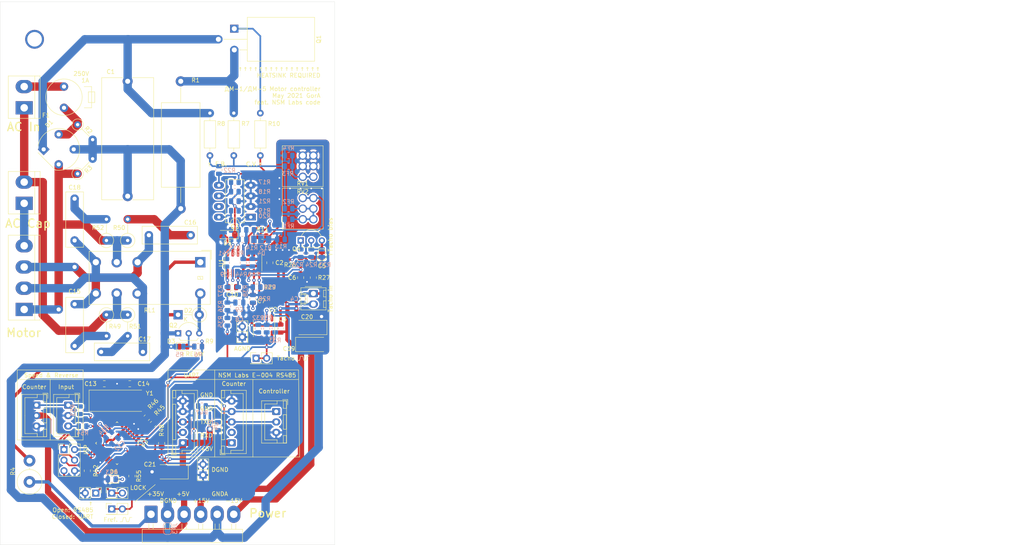
<source format=kicad_pcb>
(kicad_pcb (version 20171130) (host pcbnew 5.1.10)
  (layers (0 F.Cu signal) (31 B.Cu signal) (34 B.Paste user hide) (35 F.Paste user hide) (36 B.SilkS user) (37 F.SilkS user hide) (38 B.Mask user hide) (39 F.Mask user hide) (44 Edge.Cuts user))
  (net 0 "")
  (net 1 "Net-(D2-Pad1)")
  (net 2 GNDA)
  (net 3 "Net-(D2-Pad2)")
  (net 4 "/Motor Output/M_YELLOW")
  (net 5 "/Motor Output/M_RED")
  (net 6 "/Motor Output/M_WHITE")
  (net 7 "Net-(Q1-Pad3)")
  (net 8 "Net-(Q1-Pad1)")
  (net 9 "/Motor Output/AC2")
  (net 10 "/Motor Output/AC1")
  (net 11 "/Motor Output/DC1")
  (net 12 "/Motor Output/AC3")
  (net 13 "/Motor Output/+35V")
  (net 14 "Net-(D3-Pad2)")
  (net 15 "/Motor Output/REVERSE")
  (net 16 "Net-(R10-Pad2)")
  (net 17 "Net-(D4-Pad1)")
  (net 18 "Net-(R11-Pad1)")
  (net 19 "Net-(RF3-Pad1)")
  (net 20 "Net-(Q2-Pad2)")
  (net 21 "Net-(D5-Pad2)")
  (net 22 "Net-(D5-Pad1)")
  (net 23 "Net-(Q3-Pad8)")
  (net 24 "Net-(Q3-Pad6)")
  (net 25 "Net-(Q3-Pad5)")
  (net 26 "Net-(Q3-Pad1)")
  (net 27 "Net-(R22-Pad2)")
  (net 28 -15V)
  (net 29 +15V)
  (net 30 "Net-(U2-Pad5)")
  (net 31 "Net-(C4-Pad2)")
  (net 32 "Net-(C5-Pad1)")
  (net 33 "Net-(C6-Pad1)")
  (net 34 "Net-(C7-Pad2)")
  (net 35 "Net-(C7-Pad1)")
  (net 36 GNDD)
  (net 37 +5V)
  (net 38 "Net-(Q4-Pad1)")
  (net 39 "Net-(JP1-Pad2)")
  (net 40 "Net-(Q4-Pad2)")
  (net 41 "Net-(R29-Pad1)")
  (net 42 "Net-(R31-Pad2)")
  (net 43 "/Motor Output/TACHO")
  (net 44 "Net-(C8-Pad1)")
  (net 45 "Net-(C9-Pad1)")
  (net 46 "Net-(C10-Pad2)")
  (net 47 "Net-(C10-Pad1)")
  (net 48 "Net-(R35-Pad2)")
  (net 49 "Net-(R39-Pad2)")
  (net 50 "/Motor Output/PWM")
  (net 51 "Net-(U3-Pad25)")
  (net 52 "Net-(U3-Pad22)")
  (net 53 "Net-(U3-Pad20)")
  (net 54 "Net-(U3-Pad19)")
  (net 55 "Net-(U3-Pad11)")
  (net 56 "Net-(U3-Pad10)")
  (net 57 "Net-(U3-Pad9)")
  (net 58 "Net-(U3-Pad2)")
  (net 59 "/Motor Output/LOCK")
  (net 60 "/Motor Output/SPEED")
  (net 61 "/Motor Output/DIR")
  (net 62 "Net-(J6-Pad5)")
  (net 63 "Net-(J6-Pad3)")
  (net 64 "Net-(J6-Pad1)")
  (net 65 "Net-(J6-Pad4)")
  (net 66 "Net-(C13-Pad1)")
  (net 67 "Net-(C14-Pad1)")
  (net 68 "Net-(R40-Pad1)")
  (net 69 "Net-(RF1-Pad2)")
  (net 70 "Net-(D6-Pad1)")
  (net 71 "/Motor Output/A")
  (net 72 "/Motor Output/B")
  (net 73 "/Motor Output/TXD")
  (net 74 "/Motor Output/RXD")
  (net 75 "Net-(J8-Pad2)")
  (net 76 "Net-(C15-Pad1)")
  (net 77 "Net-(C16-Pad1)")
  (net 78 "Net-(C17-Pad1)")
  (net 79 "Net-(C18-Pad1)")
  (net 80 "Net-(D1-Pad4)")
  (net 81 "/Motor Output/~RE")
  (net 82 "/Motor Output/DE")
  (net 83 "/Motor Output/485\\~UART")
  (net 84 "Net-(J9-Pad3)")
  (net 85 "/Motor Output/REF")
  (net 86 "Net-(R55-Pad2)")
  (net 87 "Net-(J10-Pad1)")
  (net 88 "Net-(J11-Pad2)")
  (module Resistor_THT:R_Axial_DIN0614_L14.3mm_D5.7mm_P5.08mm_Vertical (layer F.Cu) (at 36.985 144.935 90)
    (fp_text reference R4 (at 2.54 -3.97 90) (layer F.SilkS))
    (fp_text value 1k)
    (pad 2 thru_hole oval (at 5.08 0 90) (size 2.8 2.8) (drill 1.4) (layers *.Cu *.Mask) (net 1 "Net-(D2-Pad1)"))
    (pad 1 thru_hole circle (at 0 0 90) (size 2.8 2.8) (drill 1.4) (layers *.Cu *.Mask) (net 13 "/Motor Output/+35V"))
  )
  (module Connector_JST:JST_XH_B5B-XH-A_1x05_P2.50mm_Vertical (layer F.Cu) (at 85.372 135.584 90)
    (fp_text reference J11 hide)
    (fp_text value "NSM E-004 Counter power & RS485")
    (pad 5 thru_hole oval (at 10 0 90) (size 1.7 1.95) (drill 0.95) (layers *.Cu *.Mask) (net 36 GNDD))
    (pad 4 thru_hole oval (at 7.5 0 90) (size 1.7 1.95) (drill 0.95) (layers *.Cu *.Mask) (net 72 "/Motor Output/B"))
    (pad 3 thru_hole oval (at 5 0 90) (size 1.7 1.95) (drill 0.95) (layers *.Cu *.Mask) (net 71 "/Motor Output/A"))
    (pad 2 thru_hole oval (at 2.5 0 90) (size 1.7 1.95) (drill 0.95) (layers *.Cu *.Mask) (net 88 "Net-(J11-Pad2)"))
    (pad 1 thru_hole roundrect (at 0 0 90) (size 1.7 1.95) (drill 0.95) (layers *.Cu *.Mask) (roundrect_rratio 0.147059) (net 37 +5V))
  )
  (module Connector_JST:JST_XH_B3B-XH-A_1x03_P2.50mm_Vertical (layer F.Cu) (at 38.636 126.56 270)
    (fp_text reference J10 hide)
    (fp_text value "NSM E-004 Counter power/speed select")
    (pad 3 thru_hole oval (at 5 0 270) (size 1.7 1.95) (drill 0.95) (layers *.Cu *.Mask) (net 36 GNDD))
    (pad 2 thru_hole oval (at 2.5 0 270) (size 1.7 1.95) (drill 0.95) (layers *.Cu *.Mask) (net 37 +5V))
    (pad 1 thru_hole roundrect (at 0 0 270) (size 1.7 1.95) (drill 0.95) (layers *.Cu *.Mask) (roundrect_rratio 0.147059) (net 87 "Net-(J10-Pad1)"))
  )
  (module kk_369_right_angle:Molex_KK-396_Right_Angle (layer F.Cu) (at 66.068 152.682)
    (fp_text reference J4 hide)
    (fp_text value POWER)
    (pad 6 thru_hole oval (at 19.8 0) (size 3.16 4.1) (drill 1.8) (layers *.Cu *.Mask) (net 28 -15V))
    (pad 5 thru_hole oval (at 15.84 0) (size 3.16 4.1) (drill 1.8) (layers *.Cu *.Mask) (net 2 GNDA))
    (pad 4 thru_hole oval (at 11.88 0) (size 3.16 4.1) (drill 1.8) (layers *.Cu *.Mask) (net 29 +15V))
    (pad 3 thru_hole oval (at 7.92 0) (size 3.16 4.1) (drill 1.8) (layers *.Cu *.Mask) (net 37 +5V))
    (pad 2 thru_hole oval (at 3.96 0) (size 3.16 4.1) (drill 1.8) (layers *.Cu *.Mask) (net 36 GNDD))
    (pad 1 thru_hole roundrect (at 0 0) (size 3.16 4.1) (drill 1.8) (layers *.Cu *.Mask) (roundrect_rratio 0.079) (net 13 "/Motor Output/+35V"))
  )
  (module Resistor_SMD:R_0805_2012Metric (layer F.Cu) (at 61.496 143.538 270)
    (fp_text reference R55 (at 0 -1.65 90) (layer F.SilkS))
    (fp_text value 200)
    (pad 2 smd roundrect (at 0.9125 0 270) (size 1.025 1.4) (layers F.Cu F.Paste F.Mask) (roundrect_rratio 0.243902) (net 86 "Net-(R55-Pad2)"))
    (pad 1 smd roundrect (at -0.9125 0 270) (size 1.025 1.4) (layers F.Cu F.Paste F.Mask) (roundrect_rratio 0.243902) (net 85 "/Motor Output/REF"))
  )
  (module Connector_PinHeader_2.54mm:PinHeader_2x01_P2.54mm_Vertical (layer F.Cu) (at 56.67 151.412)
    (fp_text reference TP5 hide)
    (fp_text value "TEST POINT REF")
    (pad 2 thru_hole oval (at 2.54 0) (size 1.7 1.7) (drill 1) (layers *.Cu *.Mask) (net 86 "Net-(R55-Pad2)"))
    (pad 1 thru_hole rect (at 0 0) (size 1.7 1.7) (drill 1) (layers *.Cu *.Mask) (net 86 "Net-(R55-Pad2)"))
  )
  (module Connector_PinHeader_2.54mm:PinHeader_2x01_P2.54mm_Vertical (layer F.Cu) (at 56.67 147.602)
    (fp_text reference TP4 hide)
    (fp_text value "TEST POINT LOCK")
    (pad 2 thru_hole oval (at 2.54 0) (size 1.7 1.7) (drill 1) (layers *.Cu *.Mask) (net 59 "/Motor Output/LOCK"))
    (pad 1 thru_hole rect (at 0 0) (size 1.7 1.7) (drill 1) (layers *.Cu *.Mask) (net 59 "/Motor Output/LOCK"))
  )
  (module Connector_PinHeader_2.54mm:PinHeader_2x01_P2.54mm_Vertical (layer F.Cu) (at 91.214 115.344)
    (fp_text reference TP3 hide)
    (fp_text value "TEST POINT TACHO")
    (pad 2 thru_hole oval (at 2.54 0) (size 1.7 1.7) (drill 1) (layers *.Cu *.Mask) (net 43 "/Motor Output/TACHO"))
    (pad 1 thru_hole rect (at 0 0) (size 1.7 1.7) (drill 1) (layers *.Cu *.Mask) (net 43 "/Motor Output/TACHO"))
  )
  (module Connector_PinHeader_2.54mm:PinHeader_2x01_P2.54mm_Vertical (layer F.Cu) (at 87.912 110.264 90)
    (fp_text reference TP2 hide)
    (fp_text value "TEST POINT AGND")
    (pad 2 thru_hole oval (at 2.54 0 90) (size 1.7 1.7) (drill 1) (layers *.Cu *.Mask) (net 2 GNDA))
    (pad 1 thru_hole rect (at 0 0 90) (size 1.7 1.7) (drill 1) (layers *.Cu *.Mask) (net 2 GNDA))
  )
  (module Connector_PinHeader_2.54mm:PinHeader_2x01_P2.54mm_Vertical (layer F.Cu) (at 78.514 143.284 90)
    (fp_text reference TP1 hide)
    (fp_text value "TEST POINT DGND")
    (pad 2 thru_hole oval (at 2.54 0 90) (size 1.7 1.7) (drill 1) (layers *.Cu *.Mask) (net 36 GNDD))
    (pad 1 thru_hole rect (at 0 0 90) (size 1.7 1.7) (drill 1) (layers *.Cu *.Mask) (net 36 GNDD))
  )
  (module Resistor_SMD:R_0805_2012Metric (layer B.Cu) (at 49.685 131.6)
    (fp_text reference R54 (at 0 1.65) (layer B.SilkS) (effects (justify mirror)))
    (fp_text value 200)
    (pad 2 smd roundrect (at 0.9125 0) (size 1.025 1.4) (layers B.Cu B.Paste B.Mask) (roundrect_rratio 0.243902) (net 60 "/Motor Output/SPEED"))
    (pad 1 smd roundrect (at -0.9125 0) (size 1.025 1.4) (layers B.Cu B.Paste B.Mask) (roundrect_rratio 0.243902) (net 84 "Net-(J9-Pad3)"))
  )
  (module Resistor_SMD:R_0805_2012Metric (layer B.Cu) (at 49.05 127.79 270)
    (fp_text reference R53 (at 0 1.65 270) (layer B.SilkS) (effects (justify mirror)))
    (fp_text value 200)
    (pad 2 smd roundrect (at 0.9125 0 270) (size 1.025 1.4) (layers B.Cu B.Paste B.Mask) (roundrect_rratio 0.243902) (net 61 "/Motor Output/DIR"))
    (pad 1 smd roundrect (at -0.9125 0 270) (size 1.025 1.4) (layers B.Cu B.Paste B.Mask) (roundrect_rratio 0.243902) (net 87 "Net-(J10-Pad1)"))
  )
  (module Jumper:SolderJumper-2_P1.3mm_Open_RoundedPad1.0x1.5mm (layer B.Cu) (at 70.0304 156.111 90)
    (fp_text reference JP3 (at 0 1.8 270) (layer B.SilkS) (effects (justify mirror)))
    (fp_text value "OPTIONAL GND JOIN")
    (pad 2 smd custom (at 0.65 0 90) (size 1 0.5) (layers B.Cu B.Mask) (net 36 GNDD) (options (clearance outline) (anchor rect)) (primitives (gr_circle (center 0 -0.25) (end 0.5 -0.25) (width 0)) (gr_circle (center 0 0.25) (end 0.5 0.25) (width 0)) (gr_poly (pts (xy 0 0.75) (xy -0.5 0.75) (xy -0.5 -0.75) (xy 0 -0.75)) (width 0))))
    (pad 1 smd custom (at -0.65 0 90) (size 1 0.5) (layers B.Cu B.Mask) (net 2 GNDA) (options (clearance outline) (anchor rect)) (primitives (gr_circle (center 0 -0.25) (end 0.5 -0.25) (width 0)) (gr_circle (center 0 0.25) (end 0.5 0.25) (width 0)) (gr_poly (pts (xy 0 0.75) (xy 0.5 0.75) (xy 0.5 -0.75) (xy 0 -0.75)) (width 0))))
  )
  (module Connector_PinHeader_2.54mm:PinHeader_1x02_P2.54mm_Vertical (layer F.Cu) (at 52.86 147.602 270)
    (fp_text reference JP2 hide)
    (fp_text value "RS485 or UART/232 select")
    (pad 2 thru_hole oval (at 0 2.54 270) (size 1.7 1.7) (drill 1) (layers *.Cu *.Mask) (net 36 GNDD))
    (pad 1 thru_hole rect (at 0 0 270) (size 1.7 1.7) (drill 1) (layers *.Cu *.Mask) (net 83 "/Motor Output/485\\~UART"))
  )
  (module to220:TO-220F-3_Horizontal_TabDown (layer F.Cu) (at 86 36.46 270)
    (fp_text reference Q1 (at 2.54 -20.22 90) (layer F.SilkS))
    (fp_text value IRF740)
    (pad 3 thru_hole oval (at 5.08 0 270) (size 1.905 2) (drill 1.2) (layers *.Cu *.Mask) (net 7 "Net-(Q1-Pad3)"))
    (pad 2 thru_hole oval (at 2.54 3.81 270) (size 1.905 2) (drill 1.2) (layers *.Cu *.Mask) (net 11 "/Motor Output/DC1"))
    (pad 1 thru_hole rect (at 0 0 270) (size 1.905 2) (drill 1.2) (layers *.Cu *.Mask) (net 8 "Net-(Q1-Pad1)"))
    (pad "" np_thru_hole oval (at 2.54 -15.8 270) (size 3.5 3.5) (drill 3.5) (layers *.Cu *.Mask))
  )
  (module Capacitor_Tantalum_SMD:CP_EIA-6032-28_Kemet-C (layer F.Cu) (at 71.2255 142.522 180)
    (fp_text reference C21 (at 5.4115 1.778) (layer F.SilkS))
    (fp_text value "10u 35V")
    (pad 2 smd roundrect (at 2.4625 0 180) (size 2.075 2.35) (layers F.Cu F.Paste F.Mask) (roundrect_rratio 0.120482) (net 36 GNDD))
    (pad 1 smd roundrect (at -2.4625 0 180) (size 2.075 2.35) (layers F.Cu F.Paste F.Mask) (roundrect_rratio 0.120482) (net 37 +5V))
  )
  (module Capacitor_Tantalum_SMD:CP_EIA-6032-28_Kemet-C (layer F.Cu) (at 104.422 107.978 180)
    (fp_text reference C20 (at 1.016 2.54) (layer F.SilkS))
    (fp_text value "10u 35V")
    (pad 2 smd roundrect (at 2.4625 0 180) (size 2.075 2.35) (layers F.Cu F.Paste F.Mask) (roundrect_rratio 0.120482) (net 28 -15V))
    (pad 1 smd roundrect (at -2.4625 0 180) (size 2.075 2.35) (layers F.Cu F.Paste F.Mask) (roundrect_rratio 0.120482) (net 2 GNDA))
  )
  (module Capacitor_Tantalum_SMD:CP_EIA-6032-28_Kemet-C (layer F.Cu) (at 104.422 112.042)
    (fp_text reference C19 (at -5.334 1.016) (layer F.SilkS))
    (fp_text value "10u 35V")
    (pad 2 smd roundrect (at 2.4625 0) (size 2.075 2.35) (layers F.Cu F.Paste F.Mask) (roundrect_rratio 0.120482) (net 2 GNDA))
    (pad 1 smd roundrect (at -2.4625 0) (size 2.075 2.35) (layers F.Cu F.Paste F.Mask) (roundrect_rratio 0.120482) (net 29 +15V))
  )
  (module Diode_THT:D_DO-41_SOD81_P5.08mm_Vertical_KathodeUp (layer F.Cu) (at 72.545 104.93)
    (fp_text reference D2 (at 2.413 -1.016) (layer F.SilkS))
    (fp_text value 1N4001)
    (fp_text user K (at 1.8 1.1) (layer F.SilkS))
    (pad 2 thru_hole oval (at 5.08 0) (size 2.2 2.2) (drill 1.1) (layers *.Cu *.Mask) (net 3 "Net-(D2-Pad2)"))
    (pad 1 thru_hole rect (at 0 0) (size 2.2 2.2) (drill 1.1) (layers *.Cu *.Mask) (net 1 "Net-(D2-Pad1)"))
  )
  (module Resistor_SMD:R_0805_2012Metric (layer F.Cu) (at 91.341 98.326 180)
    (fp_text reference R29 (at -3.175 0) (layer F.SilkS))
    (fp_text value 120k)
    (pad 1 smd roundrect (at -0.9125 0 180) (size 1.025 1.4) (layers F.Cu F.Paste F.Mask) (roundrect_rratio 0.243902) (net 41 "Net-(R29-Pad1)"))
    (pad 2 smd roundrect (at 0.9125 0 180) (size 1.025 1.4) (layers F.Cu F.Paste F.Mask) (roundrect_rratio 0.243902) (net 35 "Net-(C7-Pad1)"))
  )
  (module Package_SO:SO-14_3.9x8.65mm_P1.27mm (layer F.Cu) (at 88.166 92.484 90)
    (fp_text reference U1 (at 0 -5.28 90) (layer F.SilkS))
    (fp_text value LM324)
    (pad 14 smd roundrect (at 2.475 -3.81 90) (size 1.95 0.6) (layers F.Cu F.Paste F.Mask) (net 21 "Net-(D5-Pad2)"))
    (pad 13 smd roundrect (at 2.475 -2.54 90) (size 1.95 0.6) (layers F.Cu F.Paste F.Mask) (net 49 "Net-(R39-Pad2)"))
    (pad 12 smd roundrect (at 2.475 -1.27 90) (size 1.95 0.6) (layers F.Cu F.Paste F.Mask) (net 26 "Net-(Q3-Pad1)"))
    (pad 11 smd roundrect (at 2.475 0 90) (size 1.95 0.6) (layers F.Cu F.Paste F.Mask) (net 28 -15V))
    (pad 10 smd roundrect (at 2.475 1.27 90) (size 1.95 0.6) (layers F.Cu F.Paste F.Mask) (net 25 "Net-(Q3-Pad5)"))
    (pad 9 smd roundrect (at 2.475 2.54 90) (size 1.95 0.6) (layers F.Cu F.Paste F.Mask) (net 18 "Net-(R11-Pad1)"))
    (pad 8 smd roundrect (at 2.475 3.81 90) (size 1.95 0.6) (layers F.Cu F.Paste F.Mask) (net 16 "Net-(R10-Pad2)"))
    (pad 7 smd roundrect (at -2.475 3.81 90) (size 1.95 0.6) (layers F.Cu F.Paste F.Mask) (net 41 "Net-(R29-Pad1)"))
    (pad 6 smd roundrect (at -2.475 2.54 90) (size 1.95 0.6) (layers F.Cu F.Paste F.Mask) (net 35 "Net-(C7-Pad1)"))
    (pad 5 smd roundrect (at -2.475 1.27 90) (size 1.95 0.6) (layers F.Cu F.Paste F.Mask) (net 33 "Net-(C6-Pad1)"))
    (pad 4 smd roundrect (at -2.475 0 90) (size 1.95 0.6) (layers F.Cu F.Paste F.Mask) (net 29 +15V))
    (pad 3 smd roundrect (at -2.475 -1.27 90) (size 1.95 0.6) (layers F.Cu F.Paste F.Mask) (net 46 "Net-(C10-Pad2)"))
    (pad 2 smd roundrect (at -2.475 -2.54 90) (size 1.95 0.6) (layers F.Cu F.Paste F.Mask) (net 68 "Net-(R40-Pad1)"))
    (pad 1 smd roundrect (at -2.475 -3.81 90) (size 1.95 0.6) (layers F.Cu F.Paste F.Mask) (net 47 "Net-(C10-Pad1)"))
  )
  (module pot_universal:Potentiometer_Bourns_Universal (layer F.Cu) (at 102.39 82.07)
    (fp_text reference RV1 (at -0.015 -8.555) (layer F.SilkS))
    (fp_text value 220k)
    (pad 1 thru_hole circle (at 2.54 0) (size 2 2) (drill 1.4) (layers *.Cu *.Mask) (net 69 "Net-(RF1-Pad2)"))
    (pad 3 thru_hole circle (at 2.54 -5.08) (size 2 2) (drill 1.4) (layers *.Cu *.Mask) (net 18 "Net-(R11-Pad1)"))
    (pad 2 thru_hole circle (at 0 -2.54) (size 2 2) (drill 1.4) (layers *.Cu *.Mask) (net 69 "Net-(RF1-Pad2)"))
    (pad 3 thru_hole circle (at 0 -5.08) (size 2 2) (drill 1.4) (layers *.Cu *.Mask) (net 18 "Net-(R11-Pad1)"))
    (pad 2 thru_hole circle (at 2.54 -2.54) (size 2 2) (drill 1.4) (layers *.Cu *.Mask) (net 69 "Net-(RF1-Pad2)"))
    (pad 1 thru_hole circle (at 0 0) (size 2 2) (drill 1.4) (layers *.Cu *.Mask) (net 69 "Net-(RF1-Pad2)"))
  )
  (module Resistor_THT:R_Axial_DIN0922_L20.0mm_D9.0mm_P30.48mm_Horizontal (layer F.Cu) (at 73.18 49.05 270)
    (fp_text reference R1 (at -0.254 -3.556 180) (layer F.SilkS))
    (fp_text value 10)
    (pad 1 thru_hole circle (at 0 0 270) (size 2.4 2.4) (drill 1.2) (layers *.Cu *.Mask) (net 7 "Net-(Q1-Pad3)"))
    (pad 2 thru_hole oval (at 30.48 0 270) (size 2.4 2.4) (drill 1.2) (layers *.Cu *.Mask) (net 2 GNDA))
  )
  (module Resistor_THT:R_Axial_DIN0207_L6.3mm_D2.5mm_P5.08mm_Vertical (layer F.Cu) (at 48.505898 71.184102 45)
    (fp_text reference R3 (at 2.565528 1.077631 45) (layer F.SilkS))
    (fp_text value 47k)
    (pad 2 thru_hole oval (at 5.08 0 45) (size 1.6 1.6) (drill 0.8) (layers *.Cu *.Mask) (net 2 GNDA))
    (pad 1 thru_hole circle (at 0 0 45) (size 1.6 1.6) (drill 0.8) (layers *.Cu *.Mask) (net 9 "/Motor Output/AC2"))
  )
  (module Resistor_THT:R_Axial_DIN0207_L6.3mm_D2.5mm_P5.08mm_Vertical (layer F.Cu) (at 48.505898 59.427898 315)
    (fp_text reference R2 (at 2.745133 -0.898026 135) (layer F.SilkS))
    (fp_text value 47k)
    (pad 2 thru_hole oval (at 5.08 0 315) (size 1.6 1.6) (drill 0.8) (layers *.Cu *.Mask) (net 2 GNDA))
    (pad 1 thru_hole circle (at 0 0 315) (size 1.6 1.6) (drill 0.8) (layers *.Cu *.Mask) (net 80 "Net-(D1-Pad4)"))
  )
  (module Resistor_THT:R_Axial_DIN0309_L9.0mm_D3.2mm_P5.08mm_Vertical (layer F.Cu) (at 55.4 87.15 90)
    (fp_text reference R52 (at 3.048 -2.032 180) (layer F.SilkS))
    (fp_text value 120)
    (pad 2 thru_hole oval (at 5.08 0 90) (size 1.6 1.6) (drill 0.8) (layers *.Cu *.Mask) (net 79 "Net-(C18-Pad1)"))
    (pad 1 thru_hole circle (at 0 0 90) (size 1.6 1.6) (drill 0.8) (layers *.Cu *.Mask) (net 9 "/Motor Output/AC2"))
  )
  (module Resistor_THT:R_Axial_DIN0309_L9.0mm_D3.2mm_P5.08mm_Vertical (layer F.Cu) (at 60.48 104.93 270)
    (fp_text reference R51 (at 2.794 -1.778 180) (layer F.SilkS))
    (fp_text value 120)
    (pad 2 thru_hole oval (at 5.08 0 270) (size 1.6 1.6) (drill 0.8) (layers *.Cu *.Mask) (net 78 "Net-(C17-Pad1)"))
    (pad 1 thru_hole circle (at 0 0 270) (size 1.6 1.6) (drill 0.8) (layers *.Cu *.Mask) (net 10 "/Motor Output/AC1"))
  )
  (module Resistor_THT:R_Axial_DIN0309_L9.0mm_D3.2mm_P5.08mm_Vertical (layer F.Cu) (at 60.48 87.15 90)
    (fp_text reference R50 (at 3.048 -2.032 180) (layer F.SilkS))
    (fp_text value 120)
    (pad 2 thru_hole oval (at 5.08 0 90) (size 1.6 1.6) (drill 0.8) (layers *.Cu *.Mask) (net 77 "Net-(C16-Pad1)"))
    (pad 1 thru_hole circle (at 0 0 90) (size 1.6 1.6) (drill 0.8) (layers *.Cu *.Mask) (net 9 "/Motor Output/AC2"))
  )
  (module Resistor_THT:R_Axial_DIN0309_L9.0mm_D3.2mm_P5.08mm_Vertical (layer F.Cu) (at 55.4 104.93 270)
    (fp_text reference R49 (at 2.794 -2.032 180) (layer F.SilkS))
    (fp_text value 120)
    (pad 2 thru_hole oval (at 5.08 0 270) (size 1.6 1.6) (drill 0.8) (layers *.Cu *.Mask) (net 76 "Net-(C15-Pad1)"))
    (pad 1 thru_hole circle (at 0 0 270) (size 1.6 1.6) (drill 0.8) (layers *.Cu *.Mask) (net 10 "/Motor Output/AC1"))
  )
  (module Capacitor_THT:C_Rect_L13.0mm_W4.0mm_P10.00mm_FKS3_FKP3_MKS4 (layer F.Cu) (at 75.56 85.88 180)
    (fp_text reference C16 (at 0.094 3.048) (layer F.SilkS))
    (fp_text value 100n)
    (pad 2 thru_hole circle (at 10 0 180) (size 2 2) (drill 1) (layers *.Cu *.Mask) (net 5 "/Motor Output/M_RED"))
    (pad 1 thru_hole circle (at 0 0 180) (size 2 2) (drill 1) (layers *.Cu *.Mask) (net 77 "Net-(C16-Pad1)"))
  )
  (module TerminalBlock:TerminalBlock_bornier-2_P5.08mm (layer F.Cu) (at 35.715 78.26 90)
    (fp_text reference J2 hide)
    (fp_text value CAP)
    (pad 1 thru_hole rect (at 0 0 90) (size 3.16 4.1) (drill 1.8) (layers *.Cu *.Mask) (net 4 "/Motor Output/M_YELLOW"))
    (pad 2 thru_hole oval (at 5.08 0 90) (size 3.16 4.1) (drill 1.8) (layers *.Cu *.Mask) (net 10 "/Motor Output/AC1"))
  )
  (module Relay_THT:Relay_DPDT_Omron_G2RL (layer F.Cu) (at 77.86 92.35 180)
    (fp_text reference RL1 (at 12.1 -11.5 180) (layer F.SilkS))
    (fp_text value G2RL-24-DC24)
    (pad 1 thru_hole rect (at 0 0 270) (size 2.5 2.5) (drill 1.5) (layers *.Cu *.Mask) (net 1 "Net-(D2-Pad1)"))
    (pad 2 thru_hole oval (at 15 0 270) (size 2.5 2.5) (drill 1.5) (layers *.Cu *.Mask) (net 5 "/Motor Output/M_RED"))
    (pad 3 thru_hole oval (at 20 0 270) (size 2.5 2.5) (drill 1.5) (layers *.Cu *.Mask) (net 9 "/Motor Output/AC2"))
    (pad 4 thru_hole oval (at 25 0 270) (size 2.5 2.5) (drill 1.5) (layers *.Cu *.Mask) (net 6 "/Motor Output/M_WHITE"))
    (pad 5 thru_hole oval (at 25 -7.5 270) (size 2.5 2.5) (drill 1.5) (layers *.Cu *.Mask) (net 5 "/Motor Output/M_RED"))
    (pad 6 thru_hole oval (at 20 -7.5 270) (size 2.5 2.5) (drill 1.5) (layers *.Cu *.Mask) (net 10 "/Motor Output/AC1"))
    (pad 7 thru_hole oval (at 15 -7.5 270) (size 2.5 2.5) (drill 1.5) (layers *.Cu *.Mask) (net 6 "/Motor Output/M_WHITE"))
    (pad 8 thru_hole oval (at 0 -7.5 270) (size 2.5 2.5) (drill 1.5) (layers *.Cu *.Mask) (net 3 "Net-(D2-Pad2)"))
  )
  (module Fuse:Fuse_Littelfuse_372_D8.50mm (layer F.Cu) (at 45.24 55.4 90)
    (fp_text reference F1 (at -1.778 -4.318 180) (layer F.SilkS))
    (fp_text value "1A 250V")
    (pad 2 thru_hole circle (at 5.08 0 90) (size 2 2) (drill 1) (layers *.Cu *.Mask) (net 12 "/Motor Output/AC3"))
    (pad 1 thru_hole circle (at 0 0 90) (size 2 2) (drill 1) (layers *.Cu *.Mask) (net 80 "Net-(D1-Pad4)"))
  )
  (module Capacitor_THT:C_Rect_L13.0mm_W4.0mm_P10.00mm_FKS3_FKP3_MKS4 (layer F.Cu) (at 47.78 77.15 270)
    (fp_text reference C18 (at -2.7 0 180) (layer F.SilkS))
    (fp_text value 100n)
    (pad 1 thru_hole circle (at 0 0 270) (size 2 2) (drill 1) (layers *.Cu *.Mask) (net 79 "Net-(C18-Pad1)"))
    (pad 2 thru_hole circle (at 10 0 270) (size 2 2) (drill 1) (layers *.Cu *.Mask) (net 6 "/Motor Output/M_WHITE"))
  )
  (module Capacitor_THT:C_Rect_L13.0mm_W4.0mm_P10.00mm_FKS3_FKP3_MKS4 (layer F.Cu) (at 54.13 113.82)
    (fp_text reference C17 (at 10.414 -3.048) (layer F.SilkS))
    (fp_text value 100n)
    (pad 1 thru_hole circle (at 0 0) (size 2 2) (drill 1) (layers *.Cu *.Mask) (net 78 "Net-(C17-Pad1)"))
    (pad 2 thru_hole circle (at 10 0) (size 2 2) (drill 1) (layers *.Cu *.Mask) (net 6 "/Motor Output/M_WHITE"))
  )
  (module Capacitor_THT:C_Rect_L13.0mm_W4.0mm_P10.00mm_FKS3_FKP3_MKS4 (layer F.Cu) (at 47.78 112.39 90)
    (fp_text reference C15 (at 13.048 0 180) (layer F.SilkS))
    (fp_text value 100n)
    (pad 2 thru_hole circle (at 10 0 90) (size 2 2) (drill 1) (layers *.Cu *.Mask) (net 5 "/Motor Output/M_RED"))
    (pad 1 thru_hole circle (at 0 0 90) (size 2 2) (drill 1) (layers *.Cu *.Mask) (net 76 "Net-(C15-Pad1)"))
  )
  (module Connector_JST:JST_XH_B5B-XH-A_1x05_P2.50mm_Vertical (layer F.Cu) (at 73.688 135.584 90)
    (fp_text reference J8 hide)
    (fp_text value Conn_01x05)
    (pad 5 thru_hole oval (at 10 0 90) (size 1.7 1.95) (drill 0.95) (layers *.Cu *.Mask) (net 36 GNDD))
    (pad 4 thru_hole oval (at 7.5 0 90) (size 1.7 1.95) (drill 0.95) (layers *.Cu *.Mask) (net 36 GNDD))
    (pad 3 thru_hole oval (at 5 0 90) (size 1.7 1.95) (drill 0.95) (layers *.Cu *.Mask) (net 73 "/Motor Output/TXD"))
    (pad 2 thru_hole oval (at 2.5 0 90) (size 1.7 1.95) (drill 0.95) (layers *.Cu *.Mask) (net 75 "Net-(J8-Pad2)"))
    (pad 1 thru_hole roundrect (at 0 0 90) (size 1.7 1.95) (drill 0.95) (layers *.Cu *.Mask) (roundrect_rratio 0.147059) (net 37 +5V))
  )
  (module Connector_JST:JST_XH_B3B-XH-A_1x03_P2.50mm_Vertical (layer F.Cu) (at 46.256 126.56 270)
    (fp_text reference J9 hide)
    (fp_text value Speed/reverse)
    (pad 3 thru_hole oval (at 5 0 270) (size 1.7 1.95) (drill 0.95) (layers *.Cu *.Mask) (net 84 "Net-(J9-Pad3)"))
    (pad 2 thru_hole oval (at 2.5 0 270) (size 1.7 1.95) (drill 0.95) (layers *.Cu *.Mask) (net 36 GNDD))
    (pad 1 thru_hole roundrect (at 0 0 270) (size 1.7 1.95) (drill 0.95) (layers *.Cu *.Mask) (roundrect_rratio 0.147059) (net 87 "Net-(J10-Pad1)"))
  )
  (module Connector_JST:JST_XH_B3B-XH-A_1x03_P2.50mm_Vertical (layer F.Cu) (at 96.04 128.084 270)
    (fp_text reference J7 hide)
    (fp_text value "NSM E-004 Controller RS485")
    (pad 3 thru_hole oval (at 5 0 270) (size 1.7 1.95) (drill 0.95) (layers *.Cu *.Mask) (net 36 GNDD))
    (pad 2 thru_hole oval (at 2.5 0 270) (size 1.7 1.95) (drill 0.95) (layers *.Cu *.Mask) (net 71 "/Motor Output/A"))
    (pad 1 thru_hole roundrect (at 0 0 270) (size 1.7 1.95) (drill 0.95) (layers *.Cu *.Mask) (roundrect_rratio 0.147059) (net 72 "/Motor Output/B"))
  )
  (module Resistor_SMD:R_0805_2012Metric (layer F.Cu) (at 68.608 135.664 270)
    (fp_text reference R48 (at -3.048 0 270) (layer F.SilkS))
    (fp_text value 220)
    (pad 2 smd roundrect (at 0.9125 0 270) (size 1.025 1.4) (layers F.Cu F.Paste F.Mask) (roundrect_rratio 0.243902) (net 74 "/Motor Output/RXD"))
    (pad 1 smd roundrect (at -0.9125 0 270) (size 1.025 1.4) (layers F.Cu F.Paste F.Mask) (roundrect_rratio 0.243902) (net 75 "Net-(J8-Pad2)"))
  )
  (module Package_SO:SO-8_3.9x4.9mm_P1.27mm (layer B.Cu) (at 78.26 131.6 90)
    (fp_text reference U4 (at 0 3.4 270) (layer B.SilkS) (effects (justify mirror)))
    (fp_text value ADM485AR)
    (pad 8 smd roundrect (at 2.575 1.905 90) (size 1.75 0.6) (layers B.Cu B.Paste B.Mask) (net 37 +5V))
    (pad 7 smd roundrect (at 2.575 0.635 90) (size 1.75 0.6) (layers B.Cu B.Paste B.Mask) (net 72 "/Motor Output/B"))
    (pad 6 smd roundrect (at 2.575 -0.635 90) (size 1.75 0.6) (layers B.Cu B.Paste B.Mask) (net 71 "/Motor Output/A"))
    (pad 5 smd roundrect (at 2.575 -1.905 90) (size 1.75 0.6) (layers B.Cu B.Paste B.Mask) (net 36 GNDD))
    (pad 4 smd roundrect (at -2.575 -1.905 90) (size 1.75 0.6) (layers B.Cu B.Paste B.Mask) (net 73 "/Motor Output/TXD"))
    (pad 3 smd roundrect (at -2.575 -0.635 90) (size 1.75 0.6) (layers B.Cu B.Paste B.Mask) (net 82 "/Motor Output/DE"))
    (pad 2 smd roundrect (at -2.575 0.635 90) (size 1.75 0.6) (layers B.Cu B.Paste B.Mask) (net 81 "/Motor Output/~RE"))
    (pad 1 smd roundrect (at -2.575 1.905 90) (size 1.75 0.6) (layers B.Cu B.Paste B.Mask) (net 74 "/Motor Output/RXD"))
  )
  (module Resistor_SMD:R_0805_2012Metric (layer B.Cu) (at 78.26 126.774)
    (fp_text reference R47 (at 0 1.65) (layer B.SilkS) (effects (justify mirror)))
    (fp_text value 120*)
    (pad 2 smd roundrect (at 0.9125 0) (size 1.025 1.4) (layers B.Cu B.Paste B.Mask) (roundrect_rratio 0.243902) (net 72 "/Motor Output/B"))
    (pad 1 smd roundrect (at -0.9125 0) (size 1.025 1.4) (layers B.Cu B.Paste B.Mask) (roundrect_rratio 0.243902) (net 71 "/Motor Output/A"))
  )
  (module Capacitor_SMD:C_0805_2012Metric (layer B.Cu) (at 82.07 131.6 270)
    (fp_text reference C11 (at 0 1.68 270) (layer B.SilkS) (effects (justify mirror)))
    (fp_text value 100n)
    (pad 2 smd roundrect (at 0.95 0 270) (size 1 1.45) (layers B.Cu B.Paste B.Mask) (net 36 GNDD))
    (pad 1 smd roundrect (at -0.95 0 270) (size 1 1.45) (layers B.Cu B.Paste B.Mask) (net 37 +5V))
  )
  (module Capacitor_SMD:C_0805_2012Metric (layer B.Cu) (at 87.211 102.009)
    (fp_text reference C9 (at 0 1.68) (layer B.SilkS) (effects (justify mirror)))
    (fp_text value 220n)
    (pad 1 smd roundrect (at -0.95 0) (size 1 1.45) (layers B.Cu B.Paste B.Mask) (net 45 "Net-(C9-Pad1)"))
    (pad 2 smd roundrect (at 0.95 0) (size 1 1.45) (layers B.Cu B.Paste B.Mask) (net 2 GNDA))
  )
  (module Diode_SMD:D_MiniMELF (layer B.Cu) (at 92.456 86.896)
    (fp_text reference D4 (at 0 3.302 -180) (layer B.SilkS) (effects (justify mirror)))
    (fp_text value LL4148)
    (pad 2 smd rect (at 1.75 0) (size 1.3 1.7) (layers B.Cu B.Paste B.Mask) (net 2 GNDA))
    (pad 1 smd rect (at -1.75 0) (size 1.3 1.7) (layers B.Cu B.Paste B.Mask) (net 17 "Net-(D4-Pad1)"))
  )
  (module Diode_SMD:D_MiniMELF (layer F.Cu) (at 84.384 85.753 180)
    (fp_text reference D5 (at 0 -2) (layer F.SilkS))
    (fp_text value LL4148)
    (pad 2 smd rect (at 1.75 0 180) (size 1.3 1.7) (layers F.Cu F.Paste F.Mask) (net 21 "Net-(D5-Pad2)"))
    (pad 1 smd rect (at -1.75 0 180) (size 1.3 1.7) (layers F.Cu F.Paste F.Mask) (net 22 "Net-(D5-Pad1)"))
  )
  (module Crystal:Crystal_SMD_HC49-SD (layer F.Cu) (at 57.94 125.504)
    (fp_text reference Y1 (at 7.806 -1.778) (layer F.SilkS))
    (fp_text value 20MHz)
    (pad 2 smd rect (at 4.25 0) (size 4.5 2) (layers F.Cu F.Paste F.Mask) (net 67 "Net-(C14-Pad1)"))
    (pad 1 smd rect (at -4.25 0) (size 4.5 2) (layers F.Cu F.Paste F.Mask) (net 66 "Net-(C13-Pad1)"))
  )
  (module Resistor_SMD:R_0805_2012Metric (layer B.Cu) (at 84.356 86.896)
    (fp_text reference R41 (at -0.762 3.302 180) (layer B.SilkS) (effects (justify mirror)))
    (fp_text value DNP)
    (pad 1 smd roundrect (at -0.9125 0) (size 1.025 1.4) (layers B.Cu B.Paste B.Mask) (roundrect_rratio 0.243902) (net 2 GNDA))
    (pad 2 smd roundrect (at 0.9125 0) (size 1.025 1.4) (layers B.Cu B.Paste B.Mask) (roundrect_rratio 0.243902) (net 49 "Net-(R39-Pad2)"))
  )
  (module Resistor_SMD:R_0805_2012Metric (layer B.Cu) (at 84.102 92.484 90)
    (fp_text reference R39 (at -2.794 0) (layer B.SilkS) (effects (justify mirror)))
    (fp_text value 100k)
    (pad 2 smd roundrect (at 0.9125 0 90) (size 1.025 1.4) (layers B.Cu B.Paste B.Mask) (roundrect_rratio 0.243902) (net 49 "Net-(R39-Pad2)"))
    (pad 1 smd roundrect (at -0.9125 0 90) (size 1.025 1.4) (layers B.Cu B.Paste B.Mask) (roundrect_rratio 0.243902) (net 47 "Net-(C10-Pad1)"))
  )
  (module Resistor_SMD:R_0805_2012Metric (layer B.Cu) (at 86.896 99.215 270)
    (fp_text reference R38 (at 0 -1.778 90) (layer B.SilkS) (effects (justify mirror)))
    (fp_text value 36k)
    (pad 1 smd roundrect (at -0.9125 0 270) (size 1.025 1.4) (layers B.Cu B.Paste B.Mask) (roundrect_rratio 0.243902) (net 46 "Net-(C10-Pad2)"))
    (pad 2 smd roundrect (at 0.9125 0 270) (size 1.025 1.4) (layers B.Cu B.Paste B.Mask) (roundrect_rratio 0.243902) (net 45 "Net-(C9-Pad1)"))
  )
  (module Resistor_SMD:R_0805_2012Metric (layer B.Cu) (at 84.356 99.215 270)
    (fp_text reference R37 (at 0 1.65 90) (layer B.SilkS) (effects (justify mirror)))
    (fp_text value 36k)
    (pad 1 smd roundrect (at -0.9125 0 270) (size 1.025 1.4) (layers B.Cu B.Paste B.Mask) (roundrect_rratio 0.243902) (net 47 "Net-(C10-Pad1)"))
    (pad 2 smd roundrect (at 0.9125 0 270) (size 1.025 1.4) (layers B.Cu B.Paste B.Mask) (roundrect_rratio 0.243902) (net 45 "Net-(C9-Pad1)"))
  )
  (module Resistor_SMD:R_0805_2012Metric (layer B.Cu) (at 84.356 102.9215 270)
    (fp_text reference R36 (at 0 1.65 90) (layer B.SilkS) (effects (justify mirror)))
    (fp_text value 36k)
    (pad 1 smd roundrect (at -0.9125 0 270) (size 1.025 1.4) (layers B.Cu B.Paste B.Mask) (roundrect_rratio 0.243902) (net 45 "Net-(C9-Pad1)"))
    (pad 2 smd roundrect (at 0.9125 0 270) (size 1.025 1.4) (layers B.Cu B.Paste B.Mask) (roundrect_rratio 0.243902) (net 44 "Net-(C8-Pad1)"))
  )
  (module Resistor_SMD:R_0805_2012Metric (layer B.Cu) (at 84.356 106.6045 270)
    (fp_text reference R35 (at 0 1.65 270) (layer B.SilkS) (effects (justify mirror)))
    (fp_text value 36k)
    (pad 1 smd roundrect (at -0.9125 0 270) (size 1.025 1.4) (layers B.Cu B.Paste B.Mask) (roundrect_rratio 0.243902) (net 44 "Net-(C8-Pad1)"))
    (pad 2 smd roundrect (at 0.9125 0 270) (size 1.025 1.4) (layers B.Cu B.Paste B.Mask) (roundrect_rratio 0.243902) (net 48 "Net-(R35-Pad2)"))
  )
  (module Resistor_SMD:R_0805_2012Metric (layer B.Cu) (at 91.341 98.326)
    (fp_text reference R30 (at 3.175 0 180) (layer B.SilkS) (effects (justify mirror)))
    (fp_text value 4k7)
    (pad 1 smd roundrect (at -0.9125 0) (size 1.025 1.4) (layers B.Cu B.Paste B.Mask) (roundrect_rratio 0.243902) (net 2 GNDA))
    (pad 2 smd roundrect (at 0.9125 0) (size 1.025 1.4) (layers B.Cu B.Paste B.Mask) (roundrect_rratio 0.243902) (net 41 "Net-(R29-Pad1)"))
  )
  (module Resistor_SMD:R_0805_2012Metric (layer B.Cu) (at 90.452 101.12 270)
    (fp_text reference R28 (at 0 -2.794 180) (layer B.SilkS) (effects (justify mirror)))
    (fp_text value 1k2)
    (pad 1 smd roundrect (at -0.9125 0 270) (size 1.025 1.4) (layers B.Cu B.Paste B.Mask) (roundrect_rratio 0.243902) (net 2 GNDA))
    (pad 2 smd roundrect (at 0.9125 0 270) (size 1.025 1.4) (layers B.Cu B.Paste B.Mask) (roundrect_rratio 0.243902) (net 34 "Net-(C7-Pad2)"))
  )
  (module Resistor_SMD:R_0805_2012Metric (layer F.Cu) (at 104.93 96.04 90)
    (fp_text reference R27 (at 0 2.54) (layer F.SilkS))
    (fp_text value 2k7)
    (pad 1 smd roundrect (at -0.9125 0 90) (size 1.025 1.4) (layers F.Cu F.Paste F.Mask) (roundrect_rratio 0.243902) (net 2 GNDA))
    (pad 2 smd roundrect (at 0.9125 0 90) (size 1.025 1.4) (layers F.Cu F.Paste F.Mask) (roundrect_rratio 0.243902) (net 32 "Net-(C5-Pad1)"))
  )
  (module Resistor_SMD:R_0805_2012Metric (layer F.Cu) (at 101.882 92.23 270)
    (fp_text reference R26 (at 0.762 2.54 180) (layer F.SilkS))
    (fp_text value 4k7)
    (pad 1 smd roundrect (at -0.9125 0 270) (size 1.025 1.4) (layers F.Cu F.Paste F.Mask) (roundrect_rratio 0.243902) (net 32 "Net-(C5-Pad1)"))
    (pad 2 smd roundrect (at 0.9125 0 270) (size 1.025 1.4) (layers F.Cu F.Paste F.Mask) (roundrect_rratio 0.243902) (net 33 "Net-(C6-Pad1)"))
  )
  (module Resistor_SMD:R_0805_2012Metric (layer B.Cu) (at 89.7897 84.61)
    (fp_text reference R14 (at 0.4083 4.318 -180) (layer B.SilkS) (effects (justify mirror)))
    (fp_text value 2k7)
    (pad 1 smd roundrect (at -0.9125 0) (size 1.025 1.4) (layers B.Cu B.Paste B.Mask) (roundrect_rratio 0.243902) (net 28 -15V))
    (pad 2 smd roundrect (at 0.9125 0) (size 1.025 1.4) (layers B.Cu B.Paste B.Mask) (roundrect_rratio 0.243902) (net 17 "Net-(D4-Pad1)"))
  )
  (module Resistor_SMD:R_0805_2012Metric (layer B.Cu) (at 97.1595 86.896)
    (fp_text reference R13 (at 0 1.65 180) (layer B.SilkS) (effects (justify mirror)))
    (fp_text value 1k8)
    (pad 1 smd roundrect (at -0.9125 0) (size 1.025 1.4) (layers B.Cu B.Paste B.Mask) (roundrect_rratio 0.243902) (net 2 GNDA))
    (pad 2 smd roundrect (at 0.9125 0) (size 1.025 1.4) (layers B.Cu B.Paste B.Mask) (roundrect_rratio 0.243902) (net 18 "Net-(R11-Pad1)"))
  )
  (module Resistor_SMD:R_0805_2012Metric (layer B.Cu) (at 93.5 84.61)
    (fp_text reference R12 (at 0 4.318) (layer B.SilkS) (effects (justify mirror)))
    (fp_text value 150k)
    (pad 1 smd roundrect (at -0.9125 0) (size 1.025 1.4) (layers B.Cu B.Paste B.Mask) (roundrect_rratio 0.243902) (net 17 "Net-(D4-Pad1)"))
    (pad 2 smd roundrect (at 0.9125 0) (size 1.025 1.4) (layers B.Cu B.Paste B.Mask) (roundrect_rratio 0.243902) (net 18 "Net-(R11-Pad1)"))
  )
  (module Resistor_SMD:R_0805_2012Metric (layer F.Cu) (at 92.738 86.134)
    (fp_text reference R11 (at 0 -1.65 180) (layer F.SilkS))
    (fp_text value 150k)
    (pad 1 smd roundrect (at -0.9125 0) (size 1.025 1.4) (layers F.Cu F.Paste F.Mask) (roundrect_rratio 0.243902) (net 18 "Net-(R11-Pad1)"))
    (pad 2 smd roundrect (at 0.9125 0) (size 1.025 1.4) (layers F.Cu F.Paste F.Mask) (roundrect_rratio 0.243902) (net 16 "Net-(R10-Pad2)"))
  )
  (module Capacitor_SMD:C_0805_2012Metric (layer F.Cu) (at 85.499 98.326)
    (fp_text reference C10 (at 0 1.778) (layer F.SilkS))
    (fp_text value 27n)
    (pad 1 smd roundrect (at -0.95 0) (size 1 1.45) (layers F.Cu F.Paste F.Mask) (net 47 "Net-(C10-Pad1)"))
    (pad 2 smd roundrect (at 0.95 0) (size 1 1.45) (layers F.Cu F.Paste F.Mask) (net 46 "Net-(C10-Pad2)"))
  )
  (module Capacitor_SMD:C_0805_2012Metric (layer B.Cu) (at 87.211 104.422)
    (fp_text reference C8 (at 0 1.68) (layer B.SilkS) (effects (justify mirror)))
    (fp_text value 220n)
    (pad 1 smd roundrect (at -0.95 0) (size 1 1.45) (layers B.Cu B.Paste B.Mask) (net 44 "Net-(C8-Pad1)"))
    (pad 2 smd roundrect (at 0.95 0) (size 1 1.45) (layers B.Cu B.Paste B.Mask) (net 2 GNDA))
  )
  (module Capacitor_SMD:C_0805_2012Metric (layer F.Cu) (at 90.452 101.12 270)
    (fp_text reference C7 (at 0.508 -2.032 180) (layer F.SilkS))
    (fp_text value 330n)
    (pad 1 smd roundrect (at -0.95 0 270) (size 1 1.45) (layers F.Cu F.Paste F.Mask) (net 35 "Net-(C7-Pad1)"))
    (pad 2 smd roundrect (at 0.95 0 270) (size 1 1.45) (layers F.Cu F.Paste F.Mask) (net 34 "Net-(C7-Pad2)"))
  )
  (module Capacitor_SMD:C_0805_2012Metric (layer F.Cu) (at 101.882 96.04 270)
    (fp_text reference C6 (at 0 2.032) (layer F.SilkS))
    (fp_text value 47n)
    (pad 1 smd roundrect (at -0.95 0 270) (size 1 1.45) (layers F.Cu F.Paste F.Mask) (net 33 "Net-(C6-Pad1)"))
    (pad 2 smd roundrect (at 0.95 0 270) (size 1 1.45) (layers F.Cu F.Paste F.Mask) (net 2 GNDA))
  )
  (module Capacitor_SMD:C_0805_2012Metric (layer F.Cu) (at 104.93 92.23 90)
    (fp_text reference C5 (at -1.016 2.032 180) (layer F.SilkS))
    (fp_text value 47n)
    (pad 1 smd roundrect (at -0.95 0 90) (size 1 1.45) (layers F.Cu F.Paste F.Mask) (net 32 "Net-(C5-Pad1)"))
    (pad 2 smd roundrect (at 0.95 0 90) (size 1 1.45) (layers F.Cu F.Paste F.Mask) (net 31 "Net-(C4-Pad2)"))
  )
  (module Capacitor_SMD:C_0805_2012Metric (layer B.Cu) (at 102.39 101.12 90)
    (fp_text reference C4 (at 0 -2.032 180) (layer B.SilkS) (effects (justify mirror)))
    (fp_text value 47n)
    (pad 1 smd roundrect (at -0.95 0 90) (size 1 1.45) (layers B.Cu B.Paste B.Mask) (net 29 +15V))
    (pad 2 smd roundrect (at 0.95 0 90) (size 1 1.45) (layers B.Cu B.Paste B.Mask) (net 31 "Net-(C4-Pad2)"))
  )
  (module Capacitor_SMD:C_0805_2012Metric (layer F.Cu) (at 94.516 92.484 90)
    (fp_text reference C2 (at 0 2.286 180) (layer F.SilkS))
    (fp_text value 100n)
    (pad 2 smd roundrect (at 0.95 0 90) (size 1 1.45) (layers F.Cu F.Paste F.Mask) (net 28 -15V))
    (pad 1 smd roundrect (at -0.95 0 90) (size 1 1.45) (layers F.Cu F.Paste F.Mask) (net 29 +15V))
  )
  (module Resistor_SMD:R_0805_2012Metric (layer B.Cu) (at 56.67 144.3 180)
    (fp_text reference R43 (at 0 1.65) (layer B.SilkS) (effects (justify mirror)))
    (fp_text value 330)
    (pad 2 smd roundrect (at 0.9125 0 180) (size 1.025 1.4) (layers B.Cu B.Paste B.Mask) (roundrect_rratio 0.243902) (net 36 GNDD))
    (pad 1 smd roundrect (at -0.9125 0 180) (size 1.025 1.4) (layers B.Cu B.Paste B.Mask) (roundrect_rratio 0.243902) (net 70 "Net-(D6-Pad1)"))
  )
  (module LED_SMD:LED_0805_2012Metric (layer F.Cu) (at 56.67 144.3 180)
    (fp_text reference D6 (at -0.508 1.778 180) (layer F.SilkS))
    (fp_text value LOCK)
    (pad 2 smd roundrect (at 0.9375 0 180) (size 0.975 1.4) (layers F.Cu F.Paste F.Mask) (net 59 "/Motor Output/LOCK"))
    (pad 1 smd roundrect (at -0.9375 0 180) (size 0.975 1.4) (layers F.Cu F.Paste F.Mask) (net 70 "Net-(D6-Pad1)"))
  )
  (module Capacitor_SMD:C_0805_2012Metric (layer F.Cu) (at 60.988 121.44 180)
    (fp_text reference C14 (at -3.302 0) (layer F.SilkS))
    (fp_text value 27p)
    (pad 2 smd roundrect (at 0.95 0 180) (size 1 1.45) (layers F.Cu F.Paste F.Mask) (net 36 GNDD))
    (pad 1 smd roundrect (at -0.95 0 180) (size 1 1.45) (layers F.Cu F.Paste F.Mask) (net 67 "Net-(C14-Pad1)"))
  )
  (module Capacitor_SMD:C_0805_2012Metric (layer F.Cu) (at 54.892 121.44)
    (fp_text reference C13 (at -3.302 0) (layer F.SilkS))
    (fp_text value 27p)
    (pad 2 smd roundrect (at 0.95 0) (size 1 1.45) (layers F.Cu F.Paste F.Mask) (net 36 GNDD))
    (pad 1 smd roundrect (at -0.95 0) (size 1 1.45) (layers F.Cu F.Paste F.Mask) (net 66 "Net-(C13-Pad1)"))
  )
  (module Connector_PinHeader_2.54mm:PinHeader_2x03_P2.54mm_Vertical (layer F.Cu) (at 45.24 137.188)
    (fp_text reference J6 hide)
    (fp_text value AVR-ISP-6)
    (pad 6 thru_hole oval (at 2.54 5.08) (size 1.7 1.7) (drill 1) (layers *.Cu *.Mask) (net 36 GNDD))
    (pad 5 thru_hole oval (at 0 5.08) (size 1.7 1.7) (drill 1) (layers *.Cu *.Mask) (net 62 "Net-(J6-Pad5)"))
    (pad 4 thru_hole oval (at 2.54 2.54) (size 1.7 1.7) (drill 1) (layers *.Cu *.Mask) (net 65 "Net-(J6-Pad4)"))
    (pad 3 thru_hole oval (at 0 2.54) (size 1.7 1.7) (drill 1) (layers *.Cu *.Mask) (net 63 "Net-(J6-Pad3)"))
    (pad 2 thru_hole oval (at 2.54 0) (size 1.7 1.7) (drill 1) (layers *.Cu *.Mask) (net 37 +5V))
    (pad 1 thru_hole rect (at 0 0) (size 1.7 1.7) (drill 1) (layers *.Cu *.Mask) (net 64 "Net-(J6-Pad1)"))
  )
  (module Resistor_SMD:R_0805_2012Metric (layer F.Cu) (at 50.828 142.268 90)
    (fp_text reference R42 (at 0 2.032 270) (layer F.SilkS))
    (fp_text value 10k)
    (pad 2 smd roundrect (at 0.9125 0 90) (size 1.025 1.4) (layers F.Cu F.Paste F.Mask) (roundrect_rratio 0.243902) (net 37 +5V))
    (pad 1 smd roundrect (at -0.9125 0 90) (size 1.025 1.4) (layers F.Cu F.Paste F.Mask) (roundrect_rratio 0.243902) (net 62 "Net-(J6-Pad5)"))
  )
  (module Capacitor_SMD:C_0805_2012Metric (layer B.Cu) (at 57.432 135.156 45)
    (fp_text reference C12 (at 0 1.68 45) (layer B.SilkS) (effects (justify mirror)))
    (fp_text value 100n)
    (pad 2 smd roundrect (at 0.95 0 45) (size 1 1.45) (layers B.Cu B.Paste B.Mask) (net 36 GNDD))
    (pad 1 smd roundrect (at -0.95 0 45) (size 1 1.45) (layers B.Cu B.Paste B.Mask) (net 37 +5V))
  )
  (module Package_QFP:TQFP-32_7x7mm_P0.8mm (layer F.Cu) (at 57.94 135.664 225)
    (fp_text reference U3 (at -4.572 -4.572 45) (layer F.SilkS))
    (fp_text value ATmega168-20AU)
    (pad 32 smd rect (at -2.8 -4.25 315) (size 1.6 0.55) (layers F.Cu F.Paste F.Mask) (net 15 "/Motor Output/REVERSE"))
    (pad 31 smd rect (at -2 -4.25 315) (size 1.6 0.55) (layers F.Cu F.Paste F.Mask) (net 73 "/Motor Output/TXD"))
    (pad 30 smd rect (at -1.2 -4.25 315) (size 1.6 0.55) (layers F.Cu F.Paste F.Mask) (net 74 "/Motor Output/RXD"))
    (pad 29 smd rect (at -0.4 -4.25 315) (size 1.6 0.55) (layers F.Cu F.Paste F.Mask) (net 62 "Net-(J6-Pad5)"))
    (pad 28 smd rect (at 0.4 -4.25 315) (size 1.6 0.55) (layers F.Cu F.Paste F.Mask) (net 82 "/Motor Output/DE"))
    (pad 27 smd rect (at 1.2 -4.25 315) (size 1.6 0.55) (layers F.Cu F.Paste F.Mask) (net 81 "/Motor Output/~RE"))
    (pad 26 smd rect (at 2 -4.25 315) (size 1.6 0.55) (layers F.Cu F.Paste F.Mask) (net 85 "/Motor Output/REF"))
    (pad 25 smd rect (at 2.8 -4.25 315) (size 1.6 0.55) (layers F.Cu F.Paste F.Mask) (net 51 "Net-(U3-Pad25)"))
    (pad 24 smd rect (at 4.25 -2.8 225) (size 1.6 0.55) (layers F.Cu F.Paste F.Mask) (net 59 "/Motor Output/LOCK"))
    (pad 23 smd rect (at 4.25 -2 225) (size 1.6 0.55) (layers F.Cu F.Paste F.Mask) (net 83 "/Motor Output/485\\~UART"))
    (pad 22 smd rect (at 4.25 -1.2 225) (size 1.6 0.55) (layers F.Cu F.Paste F.Mask) (net 52 "Net-(U3-Pad22)"))
    (pad 21 smd rect (at 4.25 -0.4 225) (size 1.6 0.55) (layers F.Cu F.Paste F.Mask) (net 36 GNDD))
    (pad 20 smd rect (at 4.25 0.4 225) (size 1.6 0.55) (layers F.Cu F.Paste F.Mask) (net 53 "Net-(U3-Pad20)"))
    (pad 19 smd rect (at 4.25 1.2 225) (size 1.6 0.55) (layers F.Cu F.Paste F.Mask) (net 54 "Net-(U3-Pad19)"))
    (pad 18 smd rect (at 4.25 2 225) (size 1.6 0.55) (layers F.Cu F.Paste F.Mask) (net 37 +5V))
    (pad 17 smd rect (at 4.25 2.8 225) (size 1.6 0.55) (layers F.Cu F.Paste F.Mask) (net 63 "Net-(J6-Pad3)"))
    (pad 16 smd rect (at 2.8 4.25 315) (size 1.6 0.55) (layers F.Cu F.Paste F.Mask) (net 64 "Net-(J6-Pad1)"))
    (pad 15 smd rect (at 2 4.25 315) (size 1.6 0.55) (layers F.Cu F.Paste F.Mask) (net 65 "Net-(J6-Pad4)"))
    (pad 14 smd rect (at 1.2 4.25 315) (size 1.6 0.55) (layers F.Cu F.Paste F.Mask) (net 60 "/Motor Output/SPEED"))
    (pad 13 smd rect (at 0.4 4.25 315) (size 1.6 0.55) (layers F.Cu F.Paste F.Mask) (net 61 "/Motor Output/DIR"))
    (pad 12 smd rect (at -0.4 4.25 315) (size 1.6 0.55) (layers F.Cu F.Paste F.Mask) (net 43 "/Motor Output/TACHO"))
    (pad 11 smd rect (at -1.2 4.25 315) (size 1.6 0.55) (layers F.Cu F.Paste F.Mask) (net 55 "Net-(U3-Pad11)"))
    (pad 10 smd rect (at -2 4.25 315) (size 1.6 0.55) (layers F.Cu F.Paste F.Mask) (net 56 "Net-(U3-Pad10)"))
    (pad 9 smd rect (at -2.8 4.25 315) (size 1.6 0.55) (layers F.Cu F.Paste F.Mask) (net 57 "Net-(U3-Pad9)"))
    (pad 8 smd rect (at -4.25 2.8 225) (size 1.6 0.55) (layers F.Cu F.Paste F.Mask) (net 66 "Net-(C13-Pad1)"))
    (pad 7 smd rect (at -4.25 2 225) (size 1.6 0.55) (layers F.Cu F.Paste F.Mask) (net 67 "Net-(C14-Pad1)"))
    (pad 6 smd rect (at -4.25 1.2 225) (size 1.6 0.55) (layers F.Cu F.Paste F.Mask) (net 37 +5V))
    (pad 5 smd rect (at -4.25 0.4 225) (size 1.6 0.55) (layers F.Cu F.Paste F.Mask) (net 36 GNDD))
    (pad 4 smd rect (at -4.25 -0.4 225) (size 1.6 0.55) (layers F.Cu F.Paste F.Mask) (net 37 +5V))
    (pad 3 smd rect (at -4.25 -1.2 225) (size 1.6 0.55) (layers F.Cu F.Paste F.Mask) (net 36 GNDD))
    (pad 2 smd rect (at -4.25 -2 225) (size 1.6 0.55) (layers F.Cu F.Paste F.Mask) (net 58 "Net-(U3-Pad2)"))
    (pad 1 smd rect (at -4.25 -2.8 225) (size 1.6 0.55) (layers F.Cu F.Paste F.Mask) (net 50 "/Motor Output/PWM"))
  )
  (module Package_SO:SO-8_3.9x4.9mm_P1.27mm (layer F.Cu) (at 93.119 108.232 270)
    (fp_text reference U2 (at -4.572 -2.159 180) (layer F.SilkS))
    (fp_text value LM311)
    (pad 8 smd roundrect (at 2.575 -1.905 270) (size 1.75 0.6) (layers F.Cu F.Paste F.Mask) (net 29 +15V))
    (pad 7 smd roundrect (at 2.575 -0.635 270) (size 1.75 0.6) (layers F.Cu F.Paste F.Mask) (net 43 "/Motor Output/TACHO"))
    (pad 6 smd roundrect (at 2.575 0.635 270) (size 1.75 0.6) (layers F.Cu F.Paste F.Mask) (net 30 "Net-(U2-Pad5)"))
    (pad 5 smd roundrect (at 2.575 1.905 270) (size 1.75 0.6) (layers F.Cu F.Paste F.Mask) (net 30 "Net-(U2-Pad5)"))
    (pad 4 smd roundrect (at -2.575 1.905 270) (size 1.75 0.6) (layers F.Cu F.Paste F.Mask) (net 28 -15V))
    (pad 3 smd roundrect (at -2.575 0.635 270) (size 1.75 0.6) (layers F.Cu F.Paste F.Mask) (net 41 "Net-(R29-Pad1)"))
    (pad 2 smd roundrect (at -2.575 -0.635 270) (size 1.75 0.6) (layers F.Cu F.Paste F.Mask) (net 42 "Net-(R31-Pad2)"))
    (pad 1 smd roundrect (at -2.575 -1.905 270) (size 1.75 0.6) (layers F.Cu F.Paste F.Mask) (net 36 GNDD))
  )
  (module Resistor_SMD:R_0805_2012Metric (layer B.Cu) (at 55.908 133.632 225)
    (fp_text reference R34 (at 0 1.65 45) (layer B.SilkS) (effects (justify mirror)))
    (fp_text value 2k7)
    (pad 2 smd roundrect (at 0.9125 0 225) (size 1.025 1.4) (layers B.Cu B.Paste B.Mask) (roundrect_rratio 0.243902) (net 37 +5V))
    (pad 1 smd roundrect (at -0.9125 0 225) (size 1.025 1.4) (layers B.Cu B.Paste B.Mask) (roundrect_rratio 0.243902) (net 43 "/Motor Output/TACHO"))
  )
  (module Resistor_SMD:R_0805_2012Metric (layer B.Cu) (at 95.786 108.232 90)
    (fp_text reference R33 (at -2.794 0 180) (layer B.SilkS) (effects (justify mirror)))
    (fp_text value 110k)
    (pad 2 smd roundrect (at 0.9125 0 90) (size 1.025 1.4) (layers B.Cu B.Paste B.Mask) (roundrect_rratio 0.243902) (net 42 "Net-(R31-Pad2)"))
    (pad 1 smd roundrect (at -0.9125 0 90) (size 1.025 1.4) (layers B.Cu B.Paste B.Mask) (roundrect_rratio 0.243902) (net 43 "/Motor Output/TACHO"))
  )
  (module Resistor_SMD:R_0805_2012Metric (layer B.Cu) (at 91.722 108.232 90)
    (fp_text reference R32 (at 2.54 0) (layer B.SilkS) (effects (justify mirror)))
    (fp_text value 220k)
    (pad 2 smd roundrect (at 0.9125 0 90) (size 1.025 1.4) (layers B.Cu B.Paste B.Mask) (roundrect_rratio 0.243902) (net 42 "Net-(R31-Pad2)"))
    (pad 1 smd roundrect (at -0.9125 0 90) (size 1.025 1.4) (layers B.Cu B.Paste B.Mask) (roundrect_rratio 0.243902) (net 28 -15V))
  )
  (module Resistor_SMD:R_0805_2012Metric (layer B.Cu) (at 93.754 108.232 90)
    (fp_text reference R31 (at 2.54 0) (layer B.SilkS) (effects (justify mirror)))
    (fp_text value 10k)
    (pad 2 smd roundrect (at 0.9125 0 90) (size 1.025 1.4) (layers B.Cu B.Paste B.Mask) (roundrect_rratio 0.243902) (net 42 "Net-(R31-Pad2)"))
    (pad 1 smd roundrect (at -0.9125 0 90) (size 1.025 1.4) (layers B.Cu B.Paste B.Mask) (roundrect_rratio 0.243902) (net 2 GNDA))
  )
  (module Resistor_SMD:R_0805_2012Metric (layer B.Cu) (at 86.134 77.752 180)
    (fp_text reference R21 (at -7.112 0) (layer B.SilkS) (effects (justify mirror)))
    (fp_text value 10k)
    (pad 2 smd roundrect (at 0.9125 0 180) (size 1.025 1.4) (layers B.Cu B.Paste B.Mask) (roundrect_rratio 0.243902) (net 22 "Net-(D5-Pad1)"))
    (pad 1 smd roundrect (at -0.9125 0 180) (size 1.025 1.4) (layers B.Cu B.Paste B.Mask) (roundrect_rratio 0.243902) (net 2 GNDA))
  )
  (module Resistor_SMD:R_0805_2012Metric (layer B.Cu) (at 86.134 82.324 180)
    (fp_text reference R20 (at -7.112 1.016) (layer B.SilkS) (effects (justify mirror)))
    (fp_text value 1M)
    (pad 1 smd roundrect (at -0.9125 0 180) (size 1.025 1.4) (layers B.Cu B.Paste B.Mask) (roundrect_rratio 0.243902) (net 26 "Net-(Q3-Pad1)"))
    (pad 2 smd roundrect (at 0.9125 0 180) (size 1.025 1.4) (layers B.Cu B.Paste B.Mask) (roundrect_rratio 0.243902) (net 23 "Net-(Q3-Pad8)"))
  )
  (module Resistor_SMD:R_0805_2012Metric (layer B.Cu) (at 86.134 80.038)
    (fp_text reference R19 (at 7.112 0) (layer B.SilkS) (effects (justify mirror)))
    (fp_text value 1M)
    (pad 1 smd roundrect (at -0.9125 0) (size 1.025 1.4) (layers B.Cu B.Paste B.Mask) (roundrect_rratio 0.243902) (net 23 "Net-(Q3-Pad8)"))
    (pad 2 smd roundrect (at 0.9125 0) (size 1.025 1.4) (layers B.Cu B.Paste B.Mask) (roundrect_rratio 0.243902) (net 22 "Net-(D5-Pad1)"))
  )
  (module Resistor_SMD:R_0805_2012Metric (layer B.Cu) (at 86.134 75.466 180)
    (fp_text reference R18 (at -7.112 0) (layer B.SilkS) (effects (justify mirror)))
    (fp_text value 1M)
    (pad 1 smd roundrect (at -0.9125 0 180) (size 1.025 1.4) (layers B.Cu B.Paste B.Mask) (roundrect_rratio 0.243902) (net 22 "Net-(D5-Pad1)"))
    (pad 2 smd roundrect (at 0.9125 0 180) (size 1.025 1.4) (layers B.Cu B.Paste B.Mask) (roundrect_rratio 0.243902) (net 24 "Net-(Q3-Pad6)"))
  )
  (module Resistor_SMD:R_0805_2012Metric (layer B.Cu) (at 86.134 73.18)
    (fp_text reference R17 (at 7.112 0) (layer B.SilkS) (effects (justify mirror)))
    (fp_text value 1M)
    (pad 1 smd roundrect (at -0.9125 0) (size 1.025 1.4) (layers B.Cu B.Paste B.Mask) (roundrect_rratio 0.243902) (net 24 "Net-(Q3-Pad6)"))
    (pad 2 smd roundrect (at 0.9125 0) (size 1.025 1.4) (layers B.Cu B.Paste B.Mask) (roundrect_rratio 0.243902) (net 25 "Net-(Q3-Pad5)"))
  )
  (module Resistor_SMD:R_0805_2012Metric (layer B.Cu) (at 87.959 86.896 180)
    (fp_text reference R16 (at 1.063 -3.302) (layer B.SilkS) (effects (justify mirror)))
    (fp_text value 120k)
    (pad 1 smd roundrect (at -0.9125 0 180) (size 1.025 1.4) (layers B.Cu B.Paste B.Mask) (roundrect_rratio 0.243902) (net 28 -15V))
    (pad 2 smd roundrect (at 0.9125 0 180) (size 1.025 1.4) (layers B.Cu B.Paste B.Mask) (roundrect_rratio 0.243902) (net 26 "Net-(Q3-Pad1)"))
  )
  (module Resistor_SMD:R_0805_2012Metric (layer B.Cu) (at 86.134 84.61 180)
    (fp_text reference R15 (at 0 -4.318 180) (layer B.SilkS) (effects (justify mirror)))
    (fp_text value 10k)
    (pad 1 smd roundrect (at -0.9125 0 180) (size 1.025 1.4) (layers B.Cu B.Paste B.Mask) (roundrect_rratio 0.243902) (net 26 "Net-(Q3-Pad1)"))
    (pad 2 smd roundrect (at 0.9125 0 180) (size 1.025 1.4) (layers B.Cu B.Paste B.Mask) (roundrect_rratio 0.243902) (net 2 GNDA))
  )
  (module Package_DIP:DIP-8_W7.62mm_LongPads (layer F.Cu) (at 89.944 81.562 180)
    (fp_text reference Q3 (at 3.81 -2.33) (layer F.SilkS))
    (fp_text value К504НТ3А)
    (pad 8 thru_hole oval (at 7.62 0 180) (size 2.4 1.6) (drill 0.8) (layers *.Cu *.Mask) (net 23 "Net-(Q3-Pad8)"))
    (pad 4 thru_hole oval (at 0 7.62 180) (size 2.4 1.6) (drill 0.8) (layers *.Cu *.Mask) (net 2 GNDA))
    (pad 7 thru_hole oval (at 7.62 2.54 180) (size 2.4 1.6) (drill 0.8) (layers *.Cu *.Mask))
    (pad 3 thru_hole oval (at 0 5.08 180) (size 2.4 1.6) (drill 0.8) (layers *.Cu *.Mask) (net 2 GNDA))
    (pad 6 thru_hole oval (at 7.62 5.08 180) (size 2.4 1.6) (drill 0.8) (layers *.Cu *.Mask) (net 24 "Net-(Q3-Pad6)"))
    (pad 2 thru_hole oval (at 0 2.54 180) (size 2.4 1.6) (drill 0.8) (layers *.Cu *.Mask) (net 2 GNDA))
    (pad 5 thru_hole oval (at 7.62 7.62 180) (size 2.4 1.6) (drill 0.8) (layers *.Cu *.Mask) (net 25 "Net-(Q3-Pad5)"))
    (pad 1 thru_hole rect (at 0 0 180) (size 2.4 1.6) (drill 0.8) (layers *.Cu *.Mask) (net 26 "Net-(Q3-Pad1)"))
  )
  (module Capacitor_SMD:C_0805_2012Metric (layer F.Cu) (at 97.056 108.232 90)
    (fp_text reference C3 (at 2.286 0.508) (layer F.SilkS))
    (fp_text value 100n)
    (pad 2 smd roundrect (at 0.95 0 90) (size 1 1.45) (layers F.Cu F.Paste F.Mask) (net 28 -15V))
    (pad 1 smd roundrect (at -0.95 0 90) (size 1 1.45) (layers F.Cu F.Paste F.Mask) (net 29 +15V))
  )
  (module Resistor_SMD:R_0805_2012Metric (layer B.Cu) (at 98.9845 69.37 180)
    (fp_text reference RF3 (at 0.1505 -1.778) (layer B.SilkS) (effects (justify mirror)))
    (fp_text value *)
    (pad 2 smd roundrect (at 0.9125 0 180) (size 1.025 1.4) (layers B.Cu B.Paste B.Mask) (roundrect_rratio 0.243902) (net 27 "Net-(R22-Pad2)"))
    (pad 1 smd roundrect (at -0.9125 0 180) (size 1.025 1.4) (layers B.Cu B.Paste B.Mask) (roundrect_rratio 0.243902) (net 19 "Net-(RF3-Pad1)"))
  )
  (module Resistor_SMD:R_0805_2012Metric (layer B.Cu) (at 98.9845 66.83)
    (fp_text reference RF4 (at 0 -1.778) (layer B.SilkS) (effects (justify mirror)))
    (fp_text value *)
    (pad 2 smd roundrect (at 0.9125 0) (size 1.025 1.4) (layers B.Cu B.Paste B.Mask) (roundrect_rratio 0.243902) (net 19 "Net-(RF3-Pad1)"))
    (pad 1 smd roundrect (at -0.9125 0) (size 1.025 1.4) (layers B.Cu B.Paste B.Mask) (roundrect_rratio 0.243902) (net 2 GNDA))
  )
  (module pot_universal:Potentiometer_Bourns_Universal (layer F.Cu) (at 102.39 71.91)
    (fp_text reference RV2 (at -0.015 3.556) (layer F.SilkS))
    (fp_text value 2k2)
    (pad 1 thru_hole circle (at 2.54 0) (size 2 2) (drill 1.4) (layers *.Cu *.Mask) (net 19 "Net-(RF3-Pad1)"))
    (pad 3 thru_hole circle (at 2.54 -5.08) (size 2 2) (drill 1.4) (layers *.Cu *.Mask) (net 2 GNDA))
    (pad 2 thru_hole circle (at 0 -2.54) (size 2 2) (drill 1.4) (layers *.Cu *.Mask) (net 2 GNDA))
    (pad 3 thru_hole circle (at 0 -5.08) (size 2 2) (drill 1.4) (layers *.Cu *.Mask) (net 2 GNDA))
    (pad 2 thru_hole circle (at 2.54 -2.54) (size 2 2) (drill 1.4) (layers *.Cu *.Mask) (net 2 GNDA))
    (pad 1 thru_hole circle (at 0 0) (size 2 2) (drill 1.4) (layers *.Cu *.Mask) (net 19 "Net-(RF3-Pad1)"))
  )
  (module Resistor_SMD:R_0805_2012Metric (layer B.Cu) (at 82.324 70.2825 90)
    (fp_text reference R22 (at -0.1035 2.54) (layer B.SilkS) (effects (justify mirror)))
    (fp_text value 10k)
    (pad 2 smd roundrect (at 0.9125 0 90) (size 1.025 1.4) (layers B.Cu B.Paste B.Mask) (roundrect_rratio 0.243902) (net 27 "Net-(R22-Pad2)"))
    (pad 1 smd roundrect (at -0.9125 0 90) (size 1.025 1.4) (layers B.Cu B.Paste B.Mask) (roundrect_rratio 0.243902) (net 25 "Net-(Q3-Pad5)"))
  )
  (module Resistor_SMD:R_0805_2012Metric (layer B.Cu) (at 88.166 92.484 270)
    (fp_text reference R44 (at 2.794 0.508 180) (layer B.SilkS) (effects (justify mirror)))
    (fp_text value 110k*)
    (pad 2 smd roundrect (at 0.9125 0 270) (size 1.025 1.4) (layers B.Cu B.Paste B.Mask) (roundrect_rratio 0.243902) (net 68 "Net-(R40-Pad1)"))
    (pad 1 smd roundrect (at -0.9125 0 270) (size 1.025 1.4) (layers B.Cu B.Paste B.Mask) (roundrect_rratio 0.243902) (net 28 -15V))
  )
  (module Resistor_SMD:R_0805_2012Metric (layer B.Cu) (at 90.325 92.4605 90)
    (fp_text reference R40 (at -2.8175 0.381) (layer B.SilkS) (effects (justify mirror)))
    (fp_text value 3k*)
    (pad 2 smd roundrect (at 0.9125 0 90) (size 1.025 1.4) (layers B.Cu B.Paste B.Mask) (roundrect_rratio 0.243902) (net 2 GNDA))
    (pad 1 smd roundrect (at -0.9125 0 90) (size 1.025 1.4) (layers B.Cu B.Paste B.Mask) (roundrect_rratio 0.243902) (net 68 "Net-(R40-Pad1)"))
  )
  (module Resistor_SMD:R_0805_2012Metric (layer F.Cu) (at 65.052 129.568 45)
    (fp_text reference R46 (at 3.412497 -1.257236 45) (layer F.SilkS))
    (fp_text value 1k5*)
    (pad 2 smd roundrect (at 0.9125 0 45) (size 1.025 1.4) (layers F.Cu F.Paste F.Mask) (roundrect_rratio 0.243902) (net 48 "Net-(R35-Pad2)"))
    (pad 1 smd roundrect (at -0.9125 0 45) (size 1.025 1.4) (layers F.Cu F.Paste F.Mask) (roundrect_rratio 0.243902) (net 36 GNDD))
  )
  (module Resistor_SMD:R_0805_2012Metric (layer F.Cu) (at 66.576 131.092 225)
    (fp_text reference R45 (at -3.412497 1.257236 225) (layer F.SilkS))
    (fp_text value 11k*)
    (pad 2 smd roundrect (at 0.9125 0 225) (size 1.025 1.4) (layers F.Cu F.Paste F.Mask) (roundrect_rratio 0.243902) (net 50 "/Motor Output/PWM"))
    (pad 1 smd roundrect (at -0.9125 0 225) (size 1.025 1.4) (layers F.Cu F.Paste F.Mask) (roundrect_rratio 0.243902) (net 48 "Net-(R35-Pad2)"))
  )
  (module Jumper:SolderJumper-2_P1.3mm_Bridged_RoundedPad1.0x1.5mm (layer F.Cu) (at 106.962 90.564 90)
    (fp_text reference JP1 hide)
    (fp_text value SolderJumper_2_Bridged)
    (fp_poly (pts (xy 0.25 -0.3) (xy -0.25 -0.3) (xy -0.25 0.3) (xy 0.25 0.3)) (layer F.Cu) (width 0))
    (pad 1 smd custom (at -0.65 0 90) (size 1 0.5) (layers F.Cu F.Mask) (net 31 "Net-(C4-Pad2)") (options (clearance outline) (anchor rect)) (primitives (gr_circle (center 0 0.25) (end 0.5 0.25) (width 0)) (gr_circle (center 0 -0.25) (end 0.5 -0.25) (width 0)) (gr_poly (pts (xy 0 -0.75) (xy 0.5 -0.75) (xy 0.5 0.75) (xy 0 0.75)) (width 0))))
    (pad 2 smd custom (at 0.65 0 90) (size 1 0.5) (layers F.Cu F.Mask) (net 39 "Net-(JP1-Pad2)") (options (clearance outline) (anchor rect)) (primitives (gr_circle (center 0 0.25) (end 0.5 0.25) (width 0)) (gr_circle (center 0 -0.25) (end 0.5 -0.25) (width 0)) (gr_poly (pts (xy 0 -0.75) (xy -0.5 -0.75) (xy -0.5 0.75) (xy 0 0.75)) (width 0))))
  )
  (module Resistor_SMD:R_0805_2012Metric (layer B.Cu) (at 101.882 90.198 90)
    (fp_text reference R25 (at -2.794 -0.762) (layer B.SilkS) (effects (justify mirror)))
    (fp_text value 620)
    (pad 2 smd roundrect (at 0.9125 0 90) (size 1.025 1.4) (layers B.Cu B.Paste B.Mask) (roundrect_rratio 0.243902) (net 38 "Net-(Q4-Pad1)"))
    (pad 1 smd roundrect (at -0.9125 0 90) (size 1.025 1.4) (layers B.Cu B.Paste B.Mask) (roundrect_rratio 0.243902) (net 28 -15V))
  )
  (module Resistor_SMD:R_0805_2012Metric (layer B.Cu) (at 104.422 90.198 90)
    (fp_text reference R24 (at -2.794 0) (layer B.SilkS) (effects (justify mirror)))
    (fp_text value 13k)
    (pad 2 smd roundrect (at 0.9125 0 90) (size 1.025 1.4) (layers B.Cu B.Paste B.Mask) (roundrect_rratio 0.243902) (net 40 "Net-(Q4-Pad2)"))
    (pad 1 smd roundrect (at -0.9125 0 90) (size 1.025 1.4) (layers B.Cu B.Paste B.Mask) (roundrect_rratio 0.243902) (net 28 -15V))
  )
  (module Resistor_SMD:R_0805_2012Metric (layer B.Cu) (at 106.962 90.198 270)
    (fp_text reference R23 (at 2.794 -0.762 180) (layer B.SilkS) (effects (justify mirror)))
    (fp_text value 3k)
    (pad 2 smd roundrect (at 0.9125 0 270) (size 1.025 1.4) (layers B.Cu B.Paste B.Mask) (roundrect_rratio 0.243902) (net 2 GNDA))
    (pad 1 smd roundrect (at -0.9125 0 270) (size 1.025 1.4) (layers B.Cu B.Paste B.Mask) (roundrect_rratio 0.243902) (net 40 "Net-(Q4-Pad2)"))
  )
  (module Package_TO_SOT_THT:TO-92L_Inline_Wide (layer F.Cu) (at 101.882 87.15)
    (fp_text reference Q4 (at -1.016 2.032) (layer F.SilkS))
    (fp_text value 2N5551)
    (pad 1 thru_hole rect (at 0 0) (size 1.5 1.5) (drill 0.8) (layers *.Cu *.Mask) (net 38 "Net-(Q4-Pad1)"))
    (pad 3 thru_hole circle (at 5.08 0) (size 1.5 1.5) (drill 0.8) (layers *.Cu *.Mask) (net 39 "Net-(JP1-Pad2)"))
    (pad 2 thru_hole circle (at 2.54 0) (size 1.5 1.5) (drill 0.8) (layers *.Cu *.Mask) (net 40 "Net-(Q4-Pad2)"))
  )
  (module Connector_Molex:Molex_KK-254_AE-6410-02A_1x02_P2.54mm_Vertical (layer F.Cu) (at 104.93 99.85 270)
    (fp_text reference J5 hide)
    (fp_text value TACHO)
    (pad 2 thru_hole oval (at 2.54 0 270) (size 1.74 2.19) (drill 1.19) (layers *.Cu *.Mask) (net 29 +15V))
    (pad 1 thru_hole roundrect (at 0 0 270) (size 1.74 2.19) (drill 1.19) (layers *.Cu *.Mask) (roundrect_rratio 0.143678) (net 31 "Net-(C4-Pad2)"))
  )
  (module Package_TO_SOT_THT:TO-92L_Inline_Wide (layer F.Cu) (at 72.545 109.375)
    (fp_text reference Q2 (at -1.143 -1.905) (layer F.SilkS))
    (fp_text value 2N5551)
    (pad 1 thru_hole rect (at 0 0) (size 1.5 1.5) (drill 0.8) (layers *.Cu *.Mask) (net 2 GNDA))
    (pad 3 thru_hole circle (at 5.08 0) (size 1.5 1.5) (drill 0.8) (layers *.Cu *.Mask) (net 3 "Net-(D2-Pad2)"))
    (pad 2 thru_hole circle (at 2.54 0) (size 1.5 1.5) (drill 0.8) (layers *.Cu *.Mask) (net 20 "Net-(Q2-Pad2)"))
  )
  (module Resistor_SMD:R_0805_2012Metric (layer B.Cu) (at 98.9845 79.53 180)
    (fp_text reference RF2 (at 0 1.65) (layer B.SilkS) (effects (justify mirror)))
    (fp_text value *)
    (pad 2 smd roundrect (at 0.9125 0 180) (size 1.025 1.4) (layers B.Cu B.Paste B.Mask) (roundrect_rratio 0.243902) (net 27 "Net-(R22-Pad2)"))
    (pad 1 smd roundrect (at -0.9125 0 180) (size 1.025 1.4) (layers B.Cu B.Paste B.Mask) (roundrect_rratio 0.243902) (net 69 "Net-(RF1-Pad2)"))
  )
  (module Resistor_SMD:R_0805_2012Metric (layer B.Cu) (at 98.9845 82.07)
    (fp_text reference RF1 (at 0 1.65) (layer B.SilkS) (effects (justify mirror)))
    (fp_text value *)
    (pad 2 smd roundrect (at 0.9125 0) (size 1.025 1.4) (layers B.Cu B.Paste B.Mask) (roundrect_rratio 0.243902) (net 69 "Net-(RF1-Pad2)"))
    (pad 1 smd roundrect (at -0.9125 0) (size 1.025 1.4) (layers B.Cu B.Paste B.Mask) (roundrect_rratio 0.243902) (net 18 "Net-(R11-Pad1)"))
  )
  (module Resistor_THT:R_Axial_DIN0207_L6.3mm_D2.5mm_P10.16mm_Horizontal (layer F.Cu) (at 92.23 56.67 270)
    (fp_text reference R10 (at 2.54 -3.302 180) (layer F.SilkS))
    (fp_text value 2k7)
    (pad 2 thru_hole oval (at 10.16 0 270) (size 1.6 1.6) (drill 0.8) (layers *.Cu *.Mask) (net 16 "Net-(R10-Pad2)"))
    (pad 1 thru_hole circle (at 0 0 270) (size 1.6 1.6) (drill 0.8) (layers *.Cu *.Mask) (net 8 "Net-(Q1-Pad1)"))
  )
  (module Resistor_SMD:R_0805_2012Metric (layer F.Cu) (at 77.3475 112.55 180)
    (fp_text reference R9 (at -2.6905 1.27) (layer F.SilkS))
    (fp_text value 330)
    (pad 2 smd roundrect (at 0.9125 0 180) (size 1.025 1.4) (layers F.Cu F.Paste F.Mask) (roundrect_rratio 0.243902) (net 14 "Net-(D3-Pad2)"))
    (pad 1 smd roundrect (at -0.9125 0 180) (size 1.025 1.4) (layers F.Cu F.Paste F.Mask) (roundrect_rratio 0.243902) (net 15 "/Motor Output/REVERSE"))
  )
  (module LED_SMD:LED_0805_2012Metric (layer F.Cu) (at 73.815 112.55)
    (fp_text reference D3 (at -2.921 -1.27) (layer F.SilkS))
    (fp_text value REVERSE)
    (pad 2 smd roundrect (at 0.9375 0) (size 0.975 1.4) (layers F.Cu F.Paste F.Mask) (net 14 "Net-(D3-Pad2)"))
    (pad 1 smd roundrect (at -0.9375 0) (size 0.975 1.4) (layers F.Cu F.Paste F.Mask) (net 2 GNDA))
  )
  (module Resistor_THT:R_Axial_DIN0207_L6.3mm_D2.5mm_P10.16mm_Horizontal (layer F.Cu) (at 80.165 56.67 270)
    (fp_text reference R8 (at 2.54 -2.667 180) (layer F.SilkS))
    (fp_text value 150k)
    (pad 2 thru_hole oval (at 10.16 0 270) (size 1.6 1.6) (drill 0.8) (layers *.Cu *.Mask) (net 27 "Net-(R22-Pad2)"))
    (pad 1 thru_hole circle (at 0 0 270) (size 1.6 1.6) (drill 0.8) (layers *.Cu *.Mask) (net 11 "/Motor Output/DC1"))
  )
  (module Resistor_THT:R_Axial_DIN0207_L6.3mm_D2.5mm_P10.16mm_Horizontal (layer F.Cu) (at 85.88 66.83 90)
    (fp_text reference R7 (at 7.62 2.794 180) (layer F.SilkS))
    (fp_text value 8k2)
    (pad 2 thru_hole oval (at 10.16 0 90) (size 1.6 1.6) (drill 0.8) (layers *.Cu *.Mask) (net 7 "Net-(Q1-Pad3)"))
    (pad 1 thru_hole circle (at 0 0 90) (size 1.6 1.6) (drill 0.8) (layers *.Cu *.Mask) (net 27 "Net-(R22-Pad2)"))
  )
  (module TerminalBlock:TerminalBlock_bornier-2_P5.08mm (layer F.Cu) (at 35.715 55.4 90)
    (fp_text reference J1 hide)
    (fp_text value 80VAC)
    (pad 2 thru_hole oval (at 5.08 0 90) (size 3.16 4.1) (drill 1.8) (layers *.Cu *.Mask) (net 12 "/Motor Output/AC3"))
    (pad 1 thru_hole rect (at 0 0 90) (size 3.16 4.1) (drill 1.8) (layers *.Cu *.Mask) (net 10 "/Motor Output/AC1"))
  )
  (module Capacitor_THT:C_Rect_L29.0mm_W12.2mm_P27.50mm_MKT (layer F.Cu) (at 60.48 49.05 270)
    (fp_text reference C1 (at -2.286 4.064 180) (layer F.SilkS))
    (fp_text value 1u)
    (pad 2 thru_hole circle (at 27.5 0 270) (size 2.4 2.4) (drill 1.2) (layers *.Cu *.Mask) (net 2 GNDA))
    (pad 1 thru_hole circle (at 0 0 270) (size 2.4 2.4) (drill 1.2) (layers *.Cu *.Mask) (net 11 "/Motor Output/DC1"))
  )
  (module Resistor_SMD:R_0805_2012Metric (layer B.Cu) (at 77.3475 112.55)
    (fp_text reference R6 (at 0 1.905 180) (layer B.SilkS) (effects (justify mirror)))
    (fp_text value 1k)
    (pad 2 smd roundrect (at 0.9125 0) (size 1.025 1.4) (layers B.Cu B.Paste B.Mask) (roundrect_rratio 0.243902) (net 15 "/Motor Output/REVERSE"))
    (pad 1 smd roundrect (at -0.9125 0) (size 1.025 1.4) (layers B.Cu B.Paste B.Mask) (roundrect_rratio 0.243902) (net 20 "Net-(Q2-Pad2)"))
  )
  (module Resistor_SMD:R_0805_2012Metric (layer B.Cu) (at 72.9025 112.55 180)
    (fp_text reference R5 (at 0 -1.905 180) (layer B.SilkS) (effects (justify mirror)))
    (fp_text value 10k)
    (pad 2 smd roundrect (at 0.9125 0 180) (size 1.025 1.4) (layers B.Cu B.Paste B.Mask) (roundrect_rratio 0.243902) (net 2 GNDA))
    (pad 1 smd roundrect (at -0.9125 0 180) (size 1.025 1.4) (layers B.Cu B.Paste B.Mask) (roundrect_rratio 0.243902) (net 20 "Net-(Q2-Pad2)"))
  )
  (module TerminalBlock:TerminalBlock_bornier-4_P5.08mm (layer F.Cu) (at 35.715 103.66 90)
    (fp_text reference J3 hide)
    (fp_text value MOTOR)
    (pad 2 thru_hole oval (at 5.08 0 90) (size 3.16 4.1) (drill 1.8) (layers *.Cu *.Mask) (net 6 "/Motor Output/M_WHITE"))
    (pad 3 thru_hole oval (at 10.16 0 90) (size 3.16 4.1) (drill 1.8) (layers *.Cu *.Mask) (net 5 "/Motor Output/M_RED"))
    (pad 1 thru_hole rect (at 0 0 90) (size 3.16 4.1) (drill 1.8) (layers *.Cu *.Mask) (net 9 "/Motor Output/AC2"))
    (pad 4 thru_hole oval (at 15.24 0 90) (size 3.16 4.1) (drill 1.8) (layers *.Cu *.Mask) (net 4 "/Motor Output/M_YELLOW"))
  )
  (module Diode_THT:Diode_Bridge_Round_D9.8mm (layer F.Cu) (at 40.377898 65.342102 45)
    (fp_text reference D1 (at 5.259604 -3.412497 45) (layer F.SilkS))
    (fp_text value 2W10)
    (pad 1 thru_hole rect (at 0 0 45) (size 2 2) (drill 1) (layers *.Cu *.Mask) (net 11 "/Motor Output/DC1"))
    (pad 3 thru_hole oval (at 5.08 5.08 45) (size 2 2) (drill 1) (layers *.Cu *.Mask) (net 2 GNDA))
    (pad 2 thru_hole oval (at 0 5.08 45) (size 2 2) (drill 1) (layers *.Cu *.Mask) (net 9 "/Motor Output/AC2"))
    (pad 4 thru_hole oval (at 5.08 0 45) (size 2 2) (drill 1) (layers *.Cu *.Mask) (net 80 "Net-(D1-Pad4)"))
  )
  (gr_text "↑↑↑↑↑↑↑↑↑↑↑↑↑↑↑↑\nHEATSINK REQUIRED\n\nДМ-1/ДМ-5 Motor controller\nMay 2021 GorA\nfeat. NSM Labs code" (at 106.708 50.066) (layer F.SilkS) (effects (font (size 1 1)) (justify right)))
  (gr_text Power (at 94.008 152.428) (layer F.SilkS) (effects (font (size 2 2) (thickness 0.3))))
  (gr_text ↑RELAY (at 75.974 114.328) (layer F.SilkS) (effects (font (size 1 1))))
  (gr_text "↑Tacho bias" (at 108.994 86.388 90) (layer F.SilkS) (effects (font (size 1 1))))
  (gr_line (start 51.844 55.4) (end 50.066 55.4) (layer F.SilkS) (width 0.12))
  (gr_line (start 50.066 50.32) (end 51.844 50.32) (layer F.SilkS) (width 0.12))
  (gr_line (start 51.082 54.13) (end 51.082 51.59) (layer F.SilkS) (width 0.12))
  (gr_line (start 52.606 54.13) (end 51.082 54.13) (layer F.SilkS) (width 0.12))
  (gr_line (start 52.606 51.59) (end 52.606 54.13) (layer F.SilkS) (width 0.12))
  (gr_line (start 51.082 51.59) (end 52.606 51.59) (layer F.SilkS) (width 0.12))
  (gr_line (start 51.844 50.32) (end 51.844 55.4) (layer F.SilkS) (width 0.12))
  (gr_text "250V\n1A\n" (at 51.336 48.034) (layer F.SilkS) (effects (font (size 1 1)) (justify right)))
  (gr_text "↑ F.B.      C.V.↑" (at 86.134 68.862) (layer F.SilkS) (effects (font (size 1 1))))
  (gr_text "Tacho in" (at 108.994 101.12 90) (layer F.SilkS) (effects (font (size 1 1))))
  (gr_text "AC In" (at 35.588 59.972) (layer F.SilkS) (effects (font (size 2 2) (thickness 0.3))))
  (gr_text "AC Cap" (at 36.604 83.086) (layer F.SilkS) (effects (font (size 2 2) (thickness 0.3))))
  (gr_text Motor (at 35.588 109.248) (layer F.SilkS) (effects (font (size 2 2) (thickness 0.3))))
  (gr_text Input (at 45.748 122.202) (layer F.SilkS) (effects (font (size 1 1))))
  (gr_text Counter (at 38.128 122.202) (layer F.SilkS) (effects (font (size 1 1))))
  (gr_text "Speed & Reverse" (at 42.192 119.408) (layer F.SilkS) (effects (font (size 1 1))))
  (gr_line (start 41.938 120.424) (end 41.938 134.902) (layer F.SilkS) (width 0.12))
  (gr_line (start 49.812 120.424) (end 34.064 120.424) (layer F.SilkS) (width 0.12))
  (gr_line (start 34.064 118.138) (end 49.812 118.138) (layer F.SilkS) (width 0.12))
  (gr_line (start 34.064 134.902) (end 34.064 118.138) (layer F.SilkS) (width 0.12))
  (gr_line (start 49.812 134.902) (end 34.064 134.902) (layer F.SilkS) (width 0.12))
  (gr_line (start 49.812 118.138) (end 49.812 134.902) (layer F.SilkS) (width 0.12))
  (gr_text "GND\n\nGND\n\nTXD\n\nRXD\n\n+5V" (at 77.752 130.584) (layer F.SilkS) (effects (font (size 1 1)) (justify left)))
  (gr_text UART (at 75.72 119.408) (layer F.SilkS) (effects (font (size 1 1))))
  (gr_line (start 81.308 120.424) (end 70.132 120.424) (layer F.SilkS) (width 0.12))
  (gr_line (start 70.132 118.138) (end 81.308 118.138) (layer F.SilkS) (width 0.12))
  (gr_line (start 70.132 138.966) (end 70.132 118.138) (layer F.SilkS) (width 0.12))
  (gr_line (start 81.308 138.966) (end 70.132 138.966) (layer F.SilkS) (width 0.12))
  (gr_line (start 60.988 153.444) (end 61.496 153.444) (layer F.SilkS) (width 0.12))
  (gr_line (start 60.734 154.46) (end 60.988 153.444) (layer F.SilkS) (width 0.12))
  (gr_line (start 60.226 154.46) (end 60.734 154.46) (layer F.SilkS) (width 0.12))
  (gr_line (start 59.972 153.444) (end 60.226 154.46) (layer F.SilkS) (width 0.12))
  (gr_line (start 59.464 153.444) (end 59.972 153.444) (layer F.SilkS) (width 0.12))
  (gr_line (start 59.21 154.46) (end 59.464 153.444) (layer F.SilkS) (width 0.12))
  (gr_line (start 58.702 154.46) (end 59.21 154.46) (layer F.SilkS) (width 0.12))
  (gr_line (start 103.406 114.836) (end 103.914 114.836) (layer F.SilkS) (width 0.12))
  (gr_line (start 103.152 115.852) (end 103.406 114.836) (layer F.SilkS) (width 0.12))
  (gr_line (start 102.644 115.852) (end 103.152 115.852) (layer F.SilkS) (width 0.12))
  (gr_line (start 102.39 114.836) (end 102.644 115.852) (layer F.SilkS) (width 0.12))
  (gr_line (start 101.882 114.836) (end 102.39 114.836) (layer F.SilkS) (width 0.12))
  (gr_line (start 101.628 115.852) (end 101.882 114.836) (layer F.SilkS) (width 0.12))
  (gr_line (start 101.12 115.852) (end 101.628 115.852) (layer F.SilkS) (width 0.12))
  (gr_line (start 81.308 120.424) (end 101.374 120.424) (layer F.SilkS) (width 0.12))
  (gr_line (start 81.308 138.966) (end 90.452 138.966) (layer F.SilkS) (width 0.12))
  (gr_line (start 81.308 118.138) (end 81.308 138.966) (layer F.SilkS) (width 0.12))
  (gr_line (start 101.374 118.138) (end 81.308 118.138) (layer F.SilkS) (width 0.12))
  (gr_line (start 101.628 138.966) (end 101.374 118.138) (layer F.SilkS) (width 0.12))
  (gr_line (start 90.452 138.966) (end 101.628 138.966) (layer F.SilkS) (width 0.12))
  (gr_line (start 90.452 120.424) (end 90.452 138.966) (layer F.SilkS) (width 0.12))
  (gr_text Controller (at 95.532 123.218) (layer F.SilkS) (effects (font (size 1 1))))
  (gr_text Counter (at 85.88 121.44) (layer F.SilkS) (effects (font (size 1 1))))
  (gr_text "NSM Labs E-004 RS485" (at 91.468 119.408) (layer F.SilkS) (effects (font (size 1 1))))
  (gr_line (start 62.258 149.634) (end 67.084 145.57) (layer F.SilkS) (width 0.12))
  (gr_text ISP (at 50.574 137.188 90) (layer F.SilkS) (effects (font (size 1 1))))
  (gr_text LOCK (at 63.02 146.332) (layer F.SilkS) (effects (font (size 1 1))))
  (gr_text Fref. (at 56.416 153.952) (layer F.SilkS) (effects (font (size 1 1))))
  (gr_text AGND (at 87.912 113.058) (layer F.SilkS) (effects (font (size 1 1))))
  (gr_text DGND (at 82.578 142.014) (layer F.SilkS) (effects (font (size 1 1))))
  (gr_text Tacho (at 98.326 115.344) (layer F.SilkS) (effects (font (size 1 1))))
  (gr_text "+35V    +5V       GNDA\n    DGND     +15V     -15V\n" (at 65.052 148.618) (layer F.SilkS) (effects (font (size 1 1)) (justify left)))
  (gr_text "                 ↑\nOpen: RS485\nClosed: UART" (at 52.352 151.666) (layer F.SilkS) (effects (font (size 1 1)) (justify right)))
  (gr_line (start 30 160) (end 30 30) (layer Edge.Cuts) (width 0.05))
  (gr_line (start 110 160) (end 30 160) (layer Edge.Cuts) (width 0.05))
  (gr_line (start 110 30) (end 110 160) (layer Edge.Cuts) (width 0.05))
  (gr_line (start 30 30) (end 110 30) (layer Edge.Cuts) (width 0.05))
  (via (at 38.2 39) (size 4.5) (drill 3.5) (layers F.Cu B.Cu) (net 0))
  (segment (start 77.86 92.35) (end 71.79 92.35) (width 0.8) (layer F.Cu) (net 1))
  (segment (start 71.79 92.35) (end 69.37 94.77) (width 0.8) (layer F.Cu) (net 1))
  (segment (start 72.545 104.93) (end 69.37 104.93) (width 0.8) (layer F.Cu) (net 1))
  (segment (start 69.37 94.77) (end 69.37 104.93) (width 0.8) (layer F.Cu) (net 1))
  (segment (start 33.048 124.742) (end 33.048 135.918) (width 0.8) (layer F.Cu) (net 1))
  (segment (start 66.195 117.63) (end 40.16 117.63) (width 0.8) (layer F.Cu) (net 1))
  (segment (start 40.16 117.63) (end 33.048 124.742) (width 0.8) (layer F.Cu) (net 1))
  (segment (start 69.37 114.455) (end 66.195 117.63) (width 0.8) (layer F.Cu) (net 1))
  (segment (start 69.37 104.93) (end 69.37 114.455) (width 0.8) (layer F.Cu) (net 1))
  (segment (start 33.048 135.918) (end 36.985 139.855) (width 0.8) (layer F.Cu) (net 1))
  (segment (start 52.098 65.342102) (end 52.098 67.592) (width 2) (layer B.Cu) (net 2))
  (segment (start 47.562103 65.342102) (end 52.098 65.342102) (width 2) (layer B.Cu) (net 2))
  (segment (start 52.098 65.342102) (end 52.098 63.02) (width 2) (layer B.Cu) (net 2))
  (segment (start 60.48 65.342102) (end 60.48 76.55) (width 2) (layer B.Cu) (net 2))
  (segment (start 52.098 65.342102) (end 60.48 65.342102) (width 2) (layer B.Cu) (net 2))
  (segment (start 60.48 65.342102) (end 70.422102 65.342102) (width 2) (layer B.Cu) (net 2))
  (segment (start 73.18 68.1) (end 73.18 79.53) (width 2) (layer B.Cu) (net 2))
  (segment (start 70.422102 65.342102) (end 73.18 68.1) (width 2) (layer B.Cu) (net 2))
  (segment (start 73.18 79.53) (end 69.37 83.34) (width 2) (layer B.Cu) (net 2))
  (segment (start 69.37 83.34) (end 69.37 106.2) (width 2) (layer B.Cu) (net 2))
  (segment (start 69.37 106.2) (end 69.37 109.375) (width 2) (layer B.Cu) (net 2))
  (segment (start 72.545 109.375) (end 69.37 109.375) (width 1) (layer B.Cu) (net 2))
  (segment (start 69.37 109.375) (end 69.37 112.55) (width 2) (layer B.Cu) (net 2))
  (segment (start 70.894 112.55) (end 69.37 112.55) (width 1) (layer B.Cu) (net 2))
  (segment (start 71.99 112.55) (end 70.894 112.55) (width 1) (layer B.Cu) (net 2))
  (via (at 70.894 112.55) (size 1) (drill 0.5) (layers F.Cu B.Cu) (net 2))
  (segment (start 70.894 112.55) (end 72.8775 112.55) (width 0.4) (layer F.Cu) (net 2))
  (segment (start 104.8925 96.99) (end 104.93 96.9525) (width 0.4) (layer F.Cu) (net 2))
  (via (at 103.406 97.056) (size 0.8) (drill 0.4) (layers F.Cu B.Cu) (net 2))
  (segment (start 104.8265 97.056) (end 104.93 96.9525) (width 0.4) (layer F.Cu) (net 2))
  (segment (start 103.406 97.056) (end 104.8265 97.056) (width 0.4) (layer F.Cu) (net 2))
  (segment (start 101.948 97.056) (end 101.882 96.99) (width 0.4) (layer F.Cu) (net 2))
  (segment (start 103.406 97.056) (end 101.948 97.056) (width 0.4) (layer F.Cu) (net 2))
  (segment (start 106.8845 107.978) (end 106.8845 112.042) (width 1.5) (layer F.Cu) (net 2))
  (segment (start 106.8845 107.978) (end 106.8845 105.3605) (width 1.5) (layer F.Cu) (net 2))
  (segment (start 106.8845 105.3605) (end 106.8845 105.3605) (width 1.5) (layer F.Cu) (net 2))
  (via (at 106.8845 105.3605) (size 1.5) (drill 0.8) (layers F.Cu B.Cu) (net 2))
  (segment (start 81.908 152.682) (end 81.908 157) (width 2) (layer B.Cu) (net 2))
  (segment (start 106.2 106.045) (end 106.8845 105.3605) (width 2) (layer B.Cu) (net 2))
  (segment (start 93.5 149.38) (end 106.2 136.68) (width 2) (layer B.Cu) (net 2))
  (segment (start 93.5 153.19) (end 93.5 149.38) (width 2) (layer B.Cu) (net 2))
  (segment (start 106.2 136.68) (end 106.2 106.045) (width 2) (layer B.Cu) (net 2))
  (segment (start 88.42 158.27) (end 93.5 153.19) (width 2) (layer B.Cu) (net 2))
  (segment (start 83.178 158.27) (end 88.42 158.27) (width 2) (layer B.Cu) (net 2))
  (segment (start 81.908 157) (end 83.178 158.27) (width 2) (layer B.Cu) (net 2))
  (segment (start 35.715 117.63) (end 66.195 117.63) (width 2) (layer B.Cu) (net 2))
  (segment (start 32.54 120.805) (end 35.715 117.63) (width 2) (layer B.Cu) (net 2))
  (segment (start 32.54 146.84) (end 32.54 120.805) (width 2) (layer B.Cu) (net 2))
  (segment (start 34.445 148.745) (end 32.54 146.84) (width 2) (layer B.Cu) (net 2))
  (segment (start 40.16 148.745) (end 34.445 148.745) (width 2) (layer B.Cu) (net 2))
  (segment (start 69.37 114.455) (end 69.37 112.55) (width 2) (layer B.Cu) (net 2))
  (segment (start 49.685 158.27) (end 40.16 148.745) (width 2) (layer B.Cu) (net 2))
  (segment (start 66.195 117.63) (end 69.37 114.455) (width 2) (layer B.Cu) (net 2))
  (segment (start 81.908 157) (end 80.638 158.27) (width 2) (layer B.Cu) (net 2))
  (segment (start 70.0304 156.761) (end 70.0304 158.27) (width 1) (layer B.Cu) (net 2))
  (segment (start 70.0304 158.27) (end 49.685 158.27) (width 2) (layer B.Cu) (net 2))
  (segment (start 80.638 158.27) (end 70.0304 158.27) (width 2) (layer B.Cu) (net 2))
  (via (at 96.802 77.244) (size 0.8) (drill 0.4) (layers F.Cu B.Cu) (net 2))
  (via (at 96.802 74.704) (size 0.8) (drill 0.4) (layers F.Cu B.Cu) (net 2))
  (via (at 99.342 74.704) (size 0.8) (drill 0.4) (layers F.Cu B.Cu) (net 2))
  (via (at 101.882 74.704) (size 0.8) (drill 0.4) (layers F.Cu B.Cu) (net 2))
  (via (at 104.422 74.704) (size 0.8) (drill 0.4) (layers F.Cu B.Cu) (net 2))
  (via (at 106.962 74.704) (size 0.8) (drill 0.4) (layers F.Cu B.Cu) (net 2))
  (via (at 96.802 72.164) (size 0.8) (drill 0.4) (layers F.Cu B.Cu) (net 2))
  (via (at 94.516 89.436) (size 0.8) (drill 0.4) (layers F.Cu B.Cu) (net 2))
  (via (at 97.564 89.436) (size 0.8) (drill 0.4) (layers F.Cu B.Cu) (net 2))
  (via (at 99.088 89.436) (size 0.8) (drill 0.4) (layers F.Cu B.Cu) (net 2))
  (via (at 96.04 89.436) (size 0.8) (drill 0.4) (layers F.Cu B.Cu) (net 2))
  (segment (start 77.625 100.085) (end 77.86 99.85) (width 0.8) (layer B.Cu) (net 3))
  (segment (start 77.625 104.93) (end 77.625 100.085) (width 0.8) (layer B.Cu) (net 3))
  (segment (start 77.625 104.93) (end 77.625 109.375) (width 0.8) (layer B.Cu) (net 3))
  (segment (start 35.715 78.26) (end 35.715 88.42) (width 2) (layer B.Cu) (net 4))
  (segment (start 52.86 99.85) (end 52.86 96.04) (width 2) (layer F.Cu) (net 5))
  (segment (start 61.75 96.04) (end 62.86 94.93) (width 2) (layer F.Cu) (net 5))
  (segment (start 52.86 96.04) (end 61.75 96.04) (width 2) (layer F.Cu) (net 5))
  (segment (start 62.86 94.93) (end 62.86 92.35) (width 2) (layer F.Cu) (net 5))
  (segment (start 65.56 89.65) (end 62.86 92.35) (width 2) (layer B.Cu) (net 5))
  (segment (start 65.56 85.88) (end 65.56 89.65) (width 2) (layer B.Cu) (net 5))
  (via (at 47.78 93.5) (size 2) (drill 1) (layers F.Cu B.Cu) (net 5))
  (segment (start 52.86 96.04) (end 50.32 96.04) (width 2) (layer F.Cu) (net 5))
  (segment (start 50.32 96.04) (end 47.78 93.5) (width 2) (layer F.Cu) (net 5))
  (segment (start 50.32 102.39) (end 52.86 99.85) (width 2) (layer B.Cu) (net 5))
  (segment (start 47.78 102.39) (end 50.32 102.39) (width 2) (layer B.Cu) (net 5))
  (segment (start 47.78 93.5) (end 35.715 93.5) (width 2) (layer B.Cu) (net 5))
  (segment (start 52.86 92.35) (end 52.86 96.04) (width 2) (layer B.Cu) (net 6))
  (segment (start 52.86 96.04) (end 61.75 96.04) (width 2) (layer B.Cu) (net 6))
  (segment (start 47.78 87.27) (end 52.86 92.35) (width 2) (layer B.Cu) (net 6))
  (segment (start 47.78 87.15) (end 47.78 87.27) (width 2) (layer B.Cu) (net 6))
  (segment (start 64.13 99.85) (end 62.86 99.85) (width 2) (layer B.Cu) (net 6))
  (segment (start 64.13 113.82) (end 64.13 99.85) (width 2) (layer B.Cu) (net 6))
  (segment (start 64.13 98.42) (end 61.75 96.04) (width 2) (layer B.Cu) (net 6))
  (segment (start 64.13 99.85) (end 64.13 98.42) (width 2) (layer B.Cu) (net 6))
  (segment (start 47.78 98.58) (end 35.715 98.58) (width 2) (layer B.Cu) (net 6))
  (segment (start 50.32 96.04) (end 47.78 98.58) (width 2) (layer B.Cu) (net 6))
  (segment (start 52.86 96.04) (end 50.32 96.04) (width 2) (layer B.Cu) (net 6))
  (segment (start 86 47.66) (end 86 41.54) (width 2) (layer B.Cu) (net 7))
  (segment (start 84.61 49.05) (end 86 47.66) (width 2) (layer B.Cu) (net 7))
  (segment (start 73.18 49.05) (end 84.61 49.05) (width 2) (layer B.Cu) (net 7))
  (segment (start 85.88 50.32) (end 84.61 49.05) (width 2) (layer B.Cu) (net 7))
  (segment (start 85.88 56.67) (end 85.88 50.32) (width 2) (layer B.Cu) (net 7))
  (segment (start 92.23 38.255) (end 92.23 56.67) (width 0.4) (layer B.Cu) (net 8))
  (segment (start 90.435 36.46) (end 92.23 38.255) (width 0.4) (layer B.Cu) (net 8))
  (segment (start 86 36.46) (end 90.435 36.46) (width 0.4) (layer B.Cu) (net 8))
  (segment (start 55.4 87.15) (end 57.94 87.15) (width 2) (layer B.Cu) (net 9))
  (segment (start 57.94 87.15) (end 60.48 87.15) (width 2) (layer B.Cu) (net 9))
  (segment (start 57.94 92.27) (end 57.86 92.35) (width 2) (layer B.Cu) (net 9))
  (segment (start 57.94 87.15) (end 57.94 92.27) (width 2) (layer B.Cu) (net 9))
  (segment (start 54.13 87.15) (end 55.4 87.15) (width 2) (layer F.Cu) (net 9))
  (segment (start 43.97 83.34) (end 50.32 83.34) (width 2) (layer F.Cu) (net 9))
  (segment (start 50.32 83.34) (end 54.13 87.15) (width 2) (layer F.Cu) (net 9))
  (segment (start 44.006102 71.184102) (end 43.97 71.148) (width 2) (layer F.Cu) (net 9))
  (segment (start 48.505898 71.184102) (end 44.006102 71.184102) (width 2) (layer F.Cu) (net 9))
  (segment (start 43.97 71.148) (end 43.97 68.934204) (width 2) (layer F.Cu) (net 9))
  (segment (start 43.97 83.34) (end 43.97 71.148) (width 2) (layer F.Cu) (net 9))
  (via (at 43.97 103.66) (size 2) (drill 1) (layers F.Cu B.Cu) (net 9))
  (segment (start 43.97 103.66) (end 43.97 83.34) (width 2) (layer F.Cu) (net 9))
  (segment (start 35.715 103.66) (end 43.97 103.66) (width 2) (layer B.Cu) (net 9))
  (segment (start 55.4 104.93) (end 57.94 104.93) (width 2) (layer B.Cu) (net 10))
  (segment (start 57.94 104.93) (end 60.48 104.93) (width 2) (layer B.Cu) (net 10))
  (segment (start 57.94 99.93) (end 57.86 99.85) (width 2) (layer B.Cu) (net 10))
  (segment (start 57.94 104.93) (end 57.94 99.93) (width 2) (layer B.Cu) (net 10))
  (segment (start 51.59 108.74) (end 55.4 104.93) (width 2) (layer F.Cu) (net 10))
  (segment (start 40.16 73.18) (end 40.16 104.93) (width 2) (layer F.Cu) (net 10))
  (segment (start 40.16 104.93) (end 43.97 108.74) (width 2) (layer F.Cu) (net 10))
  (segment (start 43.97 108.74) (end 51.59 108.74) (width 2) (layer F.Cu) (net 10))
  (segment (start 40.16 73.18) (end 35.715 73.18) (width 2) (layer F.Cu) (net 10))
  (segment (start 35.715 73.18) (end 35.715 55.4) (width 2) (layer F.Cu) (net 10))
  (segment (start 60.48 49.05) (end 60.48 39.11) (width 2) (layer B.Cu) (net 11))
  (segment (start 60.48 39.11) (end 60.59 39) (width 2) (layer B.Cu) (net 11))
  (segment (start 60.48 50.955) (end 60.48 49.05) (width 2) (layer B.Cu) (net 11))
  (segment (start 66.195 56.67) (end 60.48 50.955) (width 2) (layer B.Cu) (net 11))
  (segment (start 80.165 56.67) (end 66.195 56.67) (width 2) (layer B.Cu) (net 11))
  (segment (start 60.59 39) (end 82.19 39) (width 2) (layer B.Cu) (net 11))
  (segment (start 50.21 39) (end 60.59 39) (width 2) (layer B.Cu) (net 11))
  (segment (start 40.16 49.05) (end 50.21 39) (width 2) (layer B.Cu) (net 11))
  (segment (start 40.16 65.124204) (end 40.16 49.05) (width 2) (layer B.Cu) (net 11))
  (segment (start 40.377898 65.342102) (end 40.16 65.124204) (width 2) (layer B.Cu) (net 11))
  (segment (start 35.715 50.32) (end 45.24 50.32) (width 2) (layer F.Cu) (net 12))
  (segment (start 63.274 155.476) (end 66.068 152.682) (width 0.8) (layer B.Cu) (net 13))
  (segment (start 41.43 144.935) (end 51.971 155.476) (width 0.8) (layer B.Cu) (net 13))
  (segment (start 51.971 155.476) (end 63.274 155.476) (width 0.8) (layer B.Cu) (net 13))
  (segment (start 36.985 144.935) (end 41.43 144.935) (width 0.8) (layer B.Cu) (net 13))
  (segment (start 74.7525 112.55) (end 76.435 112.55) (width 0.4) (layer F.Cu) (net 14))
  (via (at 78.26 111.28) (size 0.8) (drill 0.4) (layers F.Cu B.Cu) (net 15))
  (segment (start 78.26 112.55) (end 78.26 111.28) (width 0.4) (layer F.Cu) (net 15))
  (segment (start 78.26 111.28) (end 78.26 112.55) (width 0.4) (layer B.Cu) (net 15))
  (segment (start 62.925103 136.689305) (end 70.132 129.482408) (width 0.4) (layer F.Cu) (net 15))
  (via (at 70.132 121.186) (size 0.8) (drill 0.4) (layers F.Cu B.Cu) (net 15))
  (segment (start 70.132 129.482408) (end 70.132 121.186) (width 0.4) (layer F.Cu) (net 15))
  (segment (start 78.26 115.852) (end 78.26 112.55) (width 0.4) (layer B.Cu) (net 15))
  (segment (start 74.958 119.154) (end 78.26 115.852) (width 0.4) (layer B.Cu) (net 15))
  (segment (start 72.164 119.154) (end 74.958 119.154) (width 0.4) (layer B.Cu) (net 15))
  (segment (start 70.132 121.186) (end 72.164 119.154) (width 0.4) (layer B.Cu) (net 15))
  (segment (start 91.976 88.674) (end 91.976 90.009) (width 0.4) (layer F.Cu) (net 16))
  (segment (start 93.6505 86.9995) (end 91.976 88.674) (width 0.4) (layer F.Cu) (net 16))
  (segment (start 93.6505 86.134) (end 93.6505 86.9995) (width 0.4) (layer F.Cu) (net 16))
  (segment (start 94.516 71.783) (end 92.23 69.497) (width 0.4) (layer F.Cu) (net 16))
  (segment (start 92.23 69.497) (end 92.23 66.83) (width 0.4) (layer F.Cu) (net 16))
  (segment (start 96.4445 81.943) (end 94.516 80.0145) (width 0.4) (layer F.Cu) (net 16))
  (segment (start 96.4445 84.0785) (end 96.4445 81.943) (width 0.4) (layer F.Cu) (net 16))
  (segment (start 94.389 86.134) (end 96.4445 84.0785) (width 0.4) (layer F.Cu) (net 16))
  (segment (start 94.516 80.0145) (end 94.516 71.783) (width 0.4) (layer F.Cu) (net 16))
  (segment (start 93.6505 86.134) (end 94.389 86.134) (width 0.4) (layer F.Cu) (net 16))
  (segment (start 90.7022 84.61) (end 92.5875 84.61) (width 0.4) (layer B.Cu) (net 17))
  (segment (start 90.706 84.6138) (end 90.7022 84.61) (width 0.4) (layer B.Cu) (net 17))
  (segment (start 90.706 86.896) (end 90.706 84.6138) (width 0.4) (layer B.Cu) (net 17))
  (segment (start 102.39 76.99) (end 104.93 76.99) (width 0.4) (layer B.Cu) (net 18))
  (segment (start 98.072 84.61) (end 98.072 82.07) (width 0.4) (layer B.Cu) (net 18))
  (segment (start 106.2 76.99) (end 104.93 76.99) (width 0.4) (layer B.Cu) (net 18))
  (segment (start 106.962 77.752) (end 106.2 76.99) (width 0.4) (layer B.Cu) (net 18))
  (segment (start 106.962 83.594) (end 106.962 77.752) (width 0.4) (layer B.Cu) (net 18))
  (segment (start 105.946 84.61) (end 106.962 83.594) (width 0.4) (layer B.Cu) (net 18))
  (segment (start 98.072 84.61) (end 105.946 84.61) (width 0.4) (layer B.Cu) (net 18))
  (segment (start 98.072 84.61) (end 94.4125 84.61) (width 0.4) (layer B.Cu) (net 18))
  (via (at 94.516 82.578) (size 0.8) (drill 0.4) (layers F.Cu B.Cu) (net 18))
  (segment (start 94.516 84.5065) (end 94.4125 84.61) (width 0.4) (layer B.Cu) (net 18))
  (segment (start 94.516 82.578) (end 94.516 84.5065) (width 0.4) (layer B.Cu) (net 18))
  (segment (start 91.64675 86.134) (end 91.8255 86.134) (width 0.4) (layer F.Cu) (net 18))
  (segment (start 90.706 87.07475) (end 91.64675 86.134) (width 0.4) (layer F.Cu) (net 18))
  (segment (start 90.706 90.009) (end 90.706 87.07475) (width 0.4) (layer F.Cu) (net 18))
  (segment (start 91.8255 86.0305) (end 91.8255 86.134) (width 0.4) (layer F.Cu) (net 18))
  (segment (start 94.516 83.34) (end 91.8255 86.0305) (width 0.4) (layer F.Cu) (net 18))
  (segment (start 94.516 82.578) (end 94.516 83.34) (width 0.4) (layer F.Cu) (net 18))
  (segment (start 98.072 86.896) (end 98.072 84.61) (width 0.4) (layer B.Cu) (net 18))
  (segment (start 99.897 66.83) (end 99.897 69.37) (width 0.4) (layer B.Cu) (net 19))
  (segment (start 99.897 69.37) (end 99.897 71.195) (width 0.4) (layer B.Cu) (net 19))
  (segment (start 100.612 71.91) (end 102.39 71.91) (width 0.4) (layer B.Cu) (net 19))
  (segment (start 99.897 71.195) (end 100.612 71.91) (width 0.4) (layer B.Cu) (net 19))
  (segment (start 104.93 71.91) (end 102.39 71.91) (width 0.4) (layer B.Cu) (net 19))
  (segment (start 75.085 109.375) (end 75.085 112.55) (width 0.4) (layer B.Cu) (net 20))
  (segment (start 75.085 112.55) (end 73.815 112.55) (width 0.4) (layer B.Cu) (net 20))
  (segment (start 76.435 112.55) (end 75.085 112.55) (width 0.4) (layer B.Cu) (net 20))
  (segment (start 84.356 90.009) (end 84.356 86.515) (width 0.4) (layer F.Cu) (net 21))
  (segment (start 83.594 85.753) (end 82.634 85.753) (width 0.4) (layer F.Cu) (net 21))
  (segment (start 84.356 86.515) (end 83.594 85.753) (width 0.4) (layer F.Cu) (net 21))
  (segment (start 87.0465 75.64475) (end 87.0465 75.466) (width 0.4) (layer B.Cu) (net 22))
  (segment (start 85.2215 77.46975) (end 87.0465 75.64475) (width 0.4) (layer B.Cu) (net 22))
  (segment (start 85.2215 77.752) (end 85.2215 77.46975) (width 0.4) (layer B.Cu) (net 22))
  (segment (start 85.2215 77.9825) (end 86.134 78.895) (width 0.4) (layer B.Cu) (net 22))
  (segment (start 85.2215 77.752) (end 85.2215 77.9825) (width 0.4) (layer B.Cu) (net 22))
  (segment (start 87.0465 79.8075) (end 86.134 78.895) (width 0.4) (layer B.Cu) (net 22))
  (segment (start 87.0465 80.038) (end 87.0465 79.8075) (width 0.4) (layer B.Cu) (net 22))
  (via (at 86.134 78.895) (size 0.8) (drill 0.4) (layers F.Cu B.Cu) (net 22))
  (segment (start 86.134 85.753) (end 86.134 78.895) (width 0.4) (layer F.Cu) (net 22))
  (segment (start 85.2215 80.038) (end 85.2215 81.1575) (width 0.4) (layer B.Cu) (net 23))
  (segment (start 85.2215 81.1575) (end 85.2215 82.324) (width 0.4) (layer B.Cu) (net 23))
  (segment (start 83.9115 81.562) (end 82.324 81.562) (width 0.4) (layer B.Cu) (net 23))
  (segment (start 84.316 81.1575) (end 83.9115 81.562) (width 0.4) (layer B.Cu) (net 23))
  (segment (start 85.2215 81.1575) (end 84.316 81.1575) (width 0.4) (layer B.Cu) (net 23))
  (segment (start 84.2055 76.482) (end 85.2215 75.466) (width 0.4) (layer B.Cu) (net 24))
  (segment (start 82.324 76.482) (end 84.2055 76.482) (width 0.4) (layer B.Cu) (net 24))
  (segment (start 85.2215 75.466) (end 85.2215 73.18) (width 0.4) (layer B.Cu) (net 24))
  (segment (start 82.324 73.942) (end 82.324 71.195) (width 0.4) (layer B.Cu) (net 25))
  (segment (start 87.0465 71.195) (end 87.0465 71.195) (width 0.4) (layer B.Cu) (net 25))
  (segment (start 82.324 71.195) (end 87.0465 71.195) (width 0.4) (layer B.Cu) (net 25))
  (segment (start 87.0465 71.195) (end 87.0465 73.18) (width 0.4) (layer B.Cu) (net 25))
  (segment (start 87.0465 71.195) (end 87.0465 71.195) (width 0.4) (layer F.Cu) (net 25))
  (via (at 87.0465 71.195) (size 0.8) (drill 0.4) (layers F.Cu B.Cu) (net 25))
  (segment (start 89.436 86.134) (end 89.436 90.009) (width 0.4) (layer F.Cu) (net 25))
  (segment (start 92.992 82.578) (end 89.436 86.134) (width 0.4) (layer F.Cu) (net 25))
  (segment (start 92.992 72.926) (end 92.992 82.578) (width 0.4) (layer F.Cu) (net 25))
  (segment (start 91.261 71.195) (end 92.992 72.926) (width 0.4) (layer F.Cu) (net 25))
  (segment (start 87.0465 71.195) (end 91.261 71.195) (width 0.4) (layer F.Cu) (net 25))
  (segment (start 88.547 81.562) (end 89.944 81.562) (width 0.4) (layer B.Cu) (net 26))
  (segment (start 87.785 82.324) (end 88.547 81.562) (width 0.4) (layer B.Cu) (net 26))
  (segment (start 87.0465 82.324) (end 87.785 82.324) (width 0.4) (layer B.Cu) (net 26))
  (segment (start 87.0465 82.324) (end 87.0465 84.61) (width 0.4) (layer B.Cu) (net 26))
  (segment (start 87.0465 86.896) (end 87.0465 84.61) (width 0.4) (layer B.Cu) (net 26))
  (via (at 86.896 88.166) (size 0.8) (drill 0.4) (layers F.Cu B.Cu) (net 26))
  (segment (start 87.0465 88.0155) (end 86.896 88.166) (width 0.4) (layer B.Cu) (net 26))
  (segment (start 87.0465 86.896) (end 87.0465 88.0155) (width 0.4) (layer B.Cu) (net 26))
  (segment (start 86.896 88.166) (end 86.896 90.009) (width 0.4) (layer F.Cu) (net 26))
  (segment (start 80.165 68.735) (end 80.165 66.83) (width 0.4) (layer B.Cu) (net 27))
  (segment (start 80.8 69.37) (end 80.165 68.735) (width 0.4) (layer B.Cu) (net 27))
  (segment (start 85.88 69.37) (end 85.88 66.83) (width 0.4) (layer B.Cu) (net 27))
  (segment (start 85.88 69.37) (end 98.072 69.37) (width 0.4) (layer B.Cu) (net 27))
  (segment (start 98.072 79.53) (end 98.072 69.37) (width 0.4) (layer B.Cu) (net 27))
  (segment (start 82.324 69.37) (end 80.8 69.37) (width 0.4) (layer B.Cu) (net 27))
  (segment (start 82.324 69.37) (end 85.88 69.37) (width 0.4) (layer B.Cu) (net 27))
  (segment (start 88.8772 86.8903) (end 88.8715 86.896) (width 0.6) (layer B.Cu) (net 28))
  (segment (start 88.8772 84.61) (end 88.8772 86.8903) (width 0.6) (layer B.Cu) (net 28))
  (via (at 88.42 88.166) (size 0.8) (drill 0.4) (layers F.Cu B.Cu) (net 28))
  (segment (start 88.166 88.42) (end 88.42 88.166) (width 0.6) (layer F.Cu) (net 28))
  (segment (start 88.166 90.009) (end 88.166 88.42) (width 0.6) (layer F.Cu) (net 28))
  (segment (start 88.8715 87.7145) (end 88.42 88.166) (width 0.6) (layer B.Cu) (net 28))
  (segment (start 88.8715 86.896) (end 88.8715 87.7145) (width 0.6) (layer B.Cu) (net 28))
  (segment (start 101.882 91.1105) (end 104.422 91.1105) (width 0.4) (layer B.Cu) (net 28))
  (segment (start 88.166 88.42) (end 88.42 88.166) (width 0.6) (layer B.Cu) (net 28))
  (segment (start 88.166 91.5715) (end 88.166 88.42) (width 0.6) (layer B.Cu) (net 28))
  (segment (start 88.166 90.009) (end 88.166 91.722) (width 0.6) (layer F.Cu) (net 28))
  (segment (start 88.166 91.722) (end 94.201 91.722) (width 0.6) (layer F.Cu) (net 28))
  (segment (start 94.201 91.722) (end 94.389 91.534) (width 0.6) (layer F.Cu) (net 28))
  (via (at 99.850018 91.722018) (size 0.8) (drill 0.4) (layers F.Cu B.Cu) (net 28))
  (segment (start 101.882 91.1105) (end 100.461536 91.1105) (width 0.6) (layer B.Cu) (net 28))
  (segment (start 100.461536 91.1105) (end 99.850018 91.722018) (width 0.6) (layer B.Cu) (net 28))
  (segment (start 99.85 91.722) (end 99.850018 91.722018) (width 0.6) (layer F.Cu) (net 28))
  (segment (start 94.577 91.722) (end 99.85 91.722) (width 0.6) (layer F.Cu) (net 28))
  (segment (start 94.389 91.534) (end 94.577 91.722) (width 0.6) (layer F.Cu) (net 28))
  (segment (start 96.868 107.47) (end 97.056 107.282) (width 0.6) (layer F.Cu) (net 28))
  (segment (start 90.198 107.47) (end 96.868 107.47) (width 0.6) (layer F.Cu) (net 28))
  (via (at 90.198 107.47) (size 0.8) (drill 0.4) (layers F.Cu B.Cu) (net 28))
  (segment (start 91.722 109.1445) (end 90.6025 109.1445) (width 0.6) (layer B.Cu) (net 28))
  (segment (start 90.6025 109.1445) (end 90.198 108.74) (width 0.6) (layer B.Cu) (net 28))
  (segment (start 90.198 108.74) (end 90.198 107.47) (width 0.6) (layer B.Cu) (net 28))
  (segment (start 90.198 105.946) (end 90.198 107.47) (width 0.6) (layer F.Cu) (net 28))
  (segment (start 90.487 105.657) (end 90.198 105.946) (width 0.6) (layer F.Cu) (net 28))
  (segment (start 91.214 105.657) (end 90.487 105.657) (width 0.6) (layer F.Cu) (net 28))
  (segment (start 89.424 149.126) (end 85.868 152.682) (width 1.5) (layer F.Cu) (net 28))
  (segment (start 96.04 149.126) (end 89.424 149.126) (width 1.5) (layer F.Cu) (net 28))
  (segment (start 104.422 140.744) (end 96.04 149.126) (width 1.5) (layer F.Cu) (net 28))
  (segment (start 104.422 109.248) (end 104.422 140.744) (width 1.5) (layer F.Cu) (net 28))
  (segment (start 103.152 107.978) (end 104.422 109.248) (width 1.5) (layer F.Cu) (net 28))
  (segment (start 101.9595 107.978) (end 103.152 107.978) (width 1.5) (layer F.Cu) (net 28))
  (segment (start 97.056 107.282) (end 97.056 103.406) (width 0.6) (layer F.Cu) (net 28))
  (via (at 97.056 103.406) (size 0.8) (drill 0.4) (layers F.Cu B.Cu) (net 28))
  (segment (start 100.866 103.406) (end 100.866 106.8845) (width 1) (layer F.Cu) (net 28))
  (segment (start 97.818 98.834) (end 97.818 91.722018) (width 0.6) (layer F.Cu) (net 28))
  (segment (start 100.866 101.882) (end 97.818 98.834) (width 0.6) (layer F.Cu) (net 28))
  (segment (start 100.866 106.8845) (end 101.9595 107.978) (width 1) (layer F.Cu) (net 28))
  (segment (start 100.866 103.406) (end 100.866 101.882) (width 0.6) (layer F.Cu) (net 28))
  (via (at 100.866 103.406) (size 0.8) (drill 0.4) (layers F.Cu B.Cu) (net 28))
  (segment (start 100.866 103.406) (end 97.056 103.406) (width 0.6) (layer B.Cu) (net 28))
  (segment (start 102.71 102.39) (end 102.39 102.07) (width 0.6) (layer B.Cu) (net 29))
  (segment (start 104.93 102.39) (end 102.71 102.39) (width 0.6) (layer B.Cu) (net 29))
  (segment (start 95.024 110.807) (end 95.024 108.994) (width 0.6) (layer F.Cu) (net 29))
  (segment (start 96.868 108.994) (end 97.056 109.182) (width 0.6) (layer F.Cu) (net 29))
  (segment (start 95.024 108.994) (end 96.868 108.994) (width 0.6) (layer F.Cu) (net 29))
  (segment (start 102.07 102.39) (end 102.39 102.07) (width 0.6) (layer B.Cu) (net 29))
  (segment (start 98.707 102.39) (end 102.07 102.39) (width 0.6) (layer B.Cu) (net 29))
  (via (at 98.707 102.39) (size 0.8) (drill 0.4) (layers F.Cu B.Cu) (net 29))
  (segment (start 98.707 102.39) (end 98.707 108.994) (width 1) (layer F.Cu) (net 29))
  (segment (start 98.707 108.994) (end 97.244 108.994) (width 0.6) (layer F.Cu) (net 29))
  (segment (start 97.244 108.994) (end 97.056 109.182) (width 0.6) (layer F.Cu) (net 29))
  (segment (start 98.707 108.994) (end 98.707 110.899) (width 1) (layer F.Cu) (net 29))
  (segment (start 98.707 110.899) (end 99.85 112.042) (width 1) (layer F.Cu) (net 29))
  (segment (start 99.85 112.042) (end 101.9595 112.042) (width 1) (layer F.Cu) (net 29))
  (segment (start 94.201 93.246) (end 88.166 93.246) (width 0.6) (layer F.Cu) (net 29))
  (segment (start 94.389 93.434) (end 94.201 93.246) (width 0.6) (layer F.Cu) (net 29))
  (segment (start 94.577 93.246) (end 94.389 93.434) (width 0.6) (layer F.Cu) (net 29))
  (segment (start 96.04 93.246) (end 94.577 93.246) (width 0.6) (layer F.Cu) (net 29))
  (segment (start 96.548 93.754) (end 96.04 93.246) (width 0.6) (layer F.Cu) (net 29))
  (segment (start 96.548 100.104) (end 96.548 93.754) (width 0.6) (layer F.Cu) (net 29))
  (segment (start 98.707 102.263) (end 96.548 100.104) (width 0.6) (layer F.Cu) (net 29))
  (segment (start 88.166 93.246) (end 88.166 94.959) (width 0.6) (layer F.Cu) (net 29))
  (segment (start 98.707 102.39) (end 98.707 102.263) (width 0.6) (layer F.Cu) (net 29))
  (segment (start 101.9595 138.6345) (end 101.9595 112.042) (width 1.5) (layer F.Cu) (net 29))
  (segment (start 94.008 146.586) (end 101.9595 138.6345) (width 1.5) (layer F.Cu) (net 29))
  (segment (start 81.054 146.586) (end 94.008 146.586) (width 1.5) (layer F.Cu) (net 29))
  (segment (start 77.948 149.692) (end 81.054 146.586) (width 1.5) (layer F.Cu) (net 29))
  (segment (start 77.948 152.682) (end 77.948 149.692) (width 1.5) (layer F.Cu) (net 29))
  (segment (start 92.484 110.807) (end 91.214 110.807) (width 0.6) (layer F.Cu) (net 30))
  (segment (start 102.71 99.85) (end 102.39 100.17) (width 0.6) (layer B.Cu) (net 31))
  (segment (start 104.93 99.85) (end 102.71 99.85) (width 0.6) (layer B.Cu) (net 31))
  (segment (start 104.93 91.28) (end 106.962 91.28) (width 0.4) (layer F.Cu) (net 31))
  (segment (start 106.454 99.85) (end 104.93 99.85) (width 0.6) (layer F.Cu) (net 31))
  (segment (start 106.962 99.342) (end 106.454 99.85) (width 0.6) (layer F.Cu) (net 31))
  (segment (start 106.962 91.214) (end 106.962 99.342) (width 0.6) (layer F.Cu) (net 31))
  (segment (start 101.882 91.3175) (end 103.0015 91.3175) (width 0.4) (layer F.Cu) (net 32))
  (segment (start 103.0015 91.3175) (end 103.406 91.722) (width 0.4) (layer F.Cu) (net 32))
  (segment (start 103.406 91.722) (end 103.406 92.992) (width 0.4) (layer F.Cu) (net 32))
  (segment (start 103.594 93.18) (end 104.93 93.18) (width 0.4) (layer F.Cu) (net 32))
  (segment (start 103.406 92.992) (end 103.594 93.18) (width 0.4) (layer F.Cu) (net 32))
  (segment (start 104.93 93.18) (end 104.93 95.1275) (width 0.4) (layer F.Cu) (net 32))
  (segment (start 89.436 94.959) (end 89.436 96.675) (width 0.4) (layer F.Cu) (net 33))
  (via (at 89.436 96.675) (size 0.8) (drill 0.4) (layers F.Cu B.Cu) (net 33))
  (via (at 101.882 94.135) (size 0.8) (drill 0.4) (layers F.Cu B.Cu) (net 33))
  (segment (start 101.882 94.135) (end 101.882 93.1425) (width 0.4) (layer F.Cu) (net 33))
  (segment (start 101.882 95.09) (end 101.882 94.135) (width 0.4) (layer F.Cu) (net 33))
  (segment (start 99.977 94.135) (end 101.882 94.135) (width 0.4) (layer B.Cu) (net 33))
  (segment (start 98.707 95.405) (end 99.977 94.135) (width 0.4) (layer B.Cu) (net 33))
  (segment (start 90.071 95.405) (end 98.707 95.405) (width 0.4) (layer B.Cu) (net 33))
  (segment (start 89.436 96.04) (end 90.071 95.405) (width 0.4) (layer B.Cu) (net 33))
  (segment (start 89.436 96.675) (end 89.436 96.04) (width 0.4) (layer B.Cu) (net 33))
  (via (at 90.452 103.406) (size 0.8) (drill 0.4) (layers F.Cu B.Cu) (net 34))
  (segment (start 90.452 102.0325) (end 90.452 103.406) (width 0.4) (layer B.Cu) (net 34))
  (segment (start 90.452 103.406) (end 90.452 102.07) (width 0.4) (layer F.Cu) (net 34))
  (segment (start 90.391 98.3635) (end 90.4285 98.326) (width 0.4) (layer F.Cu) (net 35))
  (segment (start 90.706 96.675) (end 90.706 98.0485) (width 0.4) (layer F.Cu) (net 35))
  (segment (start 90.706 94.959) (end 90.706 96.675) (width 0.4) (layer F.Cu) (net 35))
  (segment (start 90.706 98.0485) (end 90.4285 98.326) (width 0.4) (layer F.Cu) (net 35))
  (via (at 90.706 96.675) (size 0.8) (drill 0.4) (layers F.Cu B.Cu) (net 35))
  (segment (start 90.452 98.3495) (end 90.4285 98.326) (width 0.4) (layer F.Cu) (net 35))
  (segment (start 90.452 100.17) (end 90.452 98.3495) (width 0.4) (layer F.Cu) (net 35))
  (segment (start 60.662361 132.375953) (end 62.004 131.034314) (width 0.4) (layer F.Cu) (net 36))
  (segment (start 61.793732 133.507324) (end 63.02 132.281056) (width 0.4) (layer F.Cu) (net 36))
  (segment (start 62.004 131.034314) (end 62.004 131.034314) (width 0.4) (layer F.Cu) (net 36))
  (via (at 62.004 131.034314) (size 0.8) (drill 0.4) (layers F.Cu B.Cu) (net 36))
  (segment (start 63.02 132.281056) (end 63.02 132.281056) (width 0.4) (layer F.Cu) (net 36))
  (via (at 63.02 132.281056) (size 0.8) (drill 0.4) (layers F.Cu B.Cu) (net 36))
  (segment (start 55.842 121.44) (end 57.94 121.44) (width 0.4) (layer F.Cu) (net 36))
  (segment (start 57.94 121.44) (end 60.038 121.44) (width 0.4) (layer F.Cu) (net 36))
  (via (at 57.94 121.44) (size 0.8) (drill 0.4) (layers F.Cu B.Cu) (net 36))
  (segment (start 64.406765 130.894291) (end 63.02 132.281056) (width 0.4) (layer F.Cu) (net 36))
  (segment (start 64.406765 130.213235) (end 64.406765 130.894291) (width 0.4) (layer F.Cu) (net 36))
  (segment (start 70.028 152.682) (end 70.028 147.752) (width 2) (layer B.Cu) (net 36))
  (segment (start 55.217639 138.952047) (end 53.933686 140.236) (width 0.4) (layer F.Cu) (net 36))
  (segment (start 53.933686 140.236) (end 53.933686 140.236) (width 0.4) (layer F.Cu) (net 36))
  (via (at 53.933686 140.236) (size 0.8) (drill 0.4) (layers F.Cu B.Cu) (net 36))
  (via (at 95.024 103.914) (size 0.8) (drill 0.4) (layers F.Cu B.Cu) (net 36))
  (segment (start 95.024 105.657) (end 95.024 103.914) (width 0.4) (layer F.Cu) (net 36))
  (segment (start 95.024 103.914) (end 95.024 104.676) (width 0.4) (layer B.Cu) (net 36))
  (segment (start 95.024 104.676) (end 95.532 105.184) (width 0.4) (layer B.Cu) (net 36))
  (segment (start 95.532 105.184) (end 98.326 105.184) (width 0.4) (layer B.Cu) (net 36))
  (segment (start 98.326 105.184) (end 99.088 105.946) (width 0.4) (layer B.Cu) (net 36))
  (segment (start 99.088 105.946) (end 99.088 116.868) (width 0.4) (layer B.Cu) (net 36))
  (via (at 66.322 142.522) (size 1.5) (drill 0.8) (layers F.Cu B.Cu) (net 36))
  (segment (start 68.763 142.522) (end 66.322 142.522) (width 1.5) (layer F.Cu) (net 36))
  (segment (start 70.0304 152.6844) (end 70.028 152.682) (width 0.4) (layer B.Cu) (net 36))
  (segment (start 70.0304 155.461) (end 70.0304 152.6844) (width 1) (layer B.Cu) (net 36))
  (segment (start 50.828 139.982) (end 52.098 138.712) (width 0.55) (layer F.Cu) (net 37))
  (segment (start 50.828 141.3555) (end 50.828 139.982) (width 0.55) (layer F.Cu) (net 37))
  (segment (start 61.228047 132.941639) (end 60.497214 133.672472) (width 0.55) (layer F.Cu) (net 37))
  (segment (start 60.497214 133.672472) (end 58.234472 133.672472) (width 0.55) (layer F.Cu) (net 37))
  (segment (start 55.001786 135.773786) (end 55.873573 134.902) (width 0.55) (layer F.Cu) (net 37))
  (segment (start 55.873573 134.902) (end 57.004944 134.902) (width 0.55) (layer F.Cu) (net 37))
  (segment (start 57.004944 134.902) (end 58.234472 133.672472) (width 0.55) (layer F.Cu) (net 37))
  (segment (start 55.001786 135.773786) (end 55.001786 134.538214) (width 0.55) (layer B.Cu) (net 37))
  (segment (start 55.001786 134.538214) (end 55.262765 134.277235) (width 0.55) (layer B.Cu) (net 37))
  (via (at 52.098 138.712) (size 0.8) (drill 0.4) (layers F.Cu B.Cu) (net 37))
  (segment (start 50.574 137.188) (end 47.78 137.188) (width 0.55) (layer B.Cu) (net 37))
  (segment (start 52.098 138.712) (end 50.574 137.188) (width 0.55) (layer B.Cu) (net 37))
  (segment (start 58.234472 133.672472) (end 60.096676 131.810268) (width 0.55) (layer F.Cu) (net 37))
  (segment (start 52.098 138.712) (end 52.098 138.677573) (width 0.55) (layer F.Cu) (net 37))
  (segment (start 52.098 138.677573) (end 53.520583 137.25499) (width 0.55) (layer F.Cu) (net 37))
  (segment (start 55.001786 135.773786) (end 55.001786 135.773786) (width 0.55) (layer F.Cu) (net 37))
  (via (at 55.001786 135.773786) (size 0.8) (drill 0.4) (layers F.Cu B.Cu) (net 37))
  (segment (start 53.520583 137.25499) (end 55.001786 135.773786) (width 0.55) (layer F.Cu) (net 37))
  (segment (start 73.688 135.584) (end 73.688 142.268) (width 1.5) (layer F.Cu) (net 37))
  (segment (start 55.4 136.172) (end 55.001786 135.773786) (width 0.55) (layer B.Cu) (net 37))
  (segment (start 56.760249 135.827751) (end 56.416 136.172) (width 0.55) (layer B.Cu) (net 37))
  (segment (start 56.416 136.172) (end 55.4 136.172) (width 0.55) (layer B.Cu) (net 37))
  (segment (start 80.165 130.6475) (end 80.165 130.6475) (width 0.6) (layer B.Cu) (net 37))
  (segment (start 57.104498 136.172) (end 56.760249 135.827751) (width 0.55) (layer B.Cu) (net 37))
  (segment (start 73.688 135.584) (end 72.592 136.68) (width 0.55) (layer B.Cu) (net 37))
  (segment (start 72.592 136.68) (end 65.212 136.68) (width 0.55) (layer B.Cu) (net 37))
  (segment (start 65.212 136.68) (end 64.116 135.584) (width 0.55) (layer B.Cu) (net 37))
  (segment (start 64.116 135.584) (end 59.544 135.584) (width 0.55) (layer B.Cu) (net 37))
  (segment (start 59.544 135.584) (end 58.956 136.172) (width 0.55) (layer B.Cu) (net 37))
  (segment (start 58.956 136.172) (end 57.104498 136.172) (width 0.55) (layer B.Cu) (net 37))
  (segment (start 73.688 142.522) (end 73.688 148.11) (width 1.5) (layer F.Cu) (net 37))
  (segment (start 73.988 148.41) (end 73.988 152.682) (width 1.5) (layer F.Cu) (net 37))
  (segment (start 73.688 148.11) (end 73.988 148.41) (width 1.5) (layer F.Cu) (net 37))
  (segment (start 73.688 135.584) (end 80.165 135.584) (width 1.5) (layer F.Cu) (net 37))
  (segment (start 80.165 135.584) (end 85.372 135.584) (width 1.5) (layer F.Cu) (net 37))
  (segment (start 80.165 135.584) (end 80.165 132.235) (width 1.5) (layer F.Cu) (net 37))
  (segment (start 80.1675 130.65) (end 82.07 130.65) (width 0.6) (layer B.Cu) (net 37))
  (segment (start 80.165 132.235) (end 80.1675 130.65) (width 0.6) (layer B.Cu) (net 37))
  (segment (start 80.165 132.235) (end 80.165 129.025) (width 0.6) (layer B.Cu) (net 37))
  (via (at 80.165 132.235) (size 1.5) (drill 0.8) (layers F.Cu B.Cu) (net 37))
  (segment (start 40.414 129.06) (end 38.636 129.06) (width 1.5) (layer F.Cu) (net 37))
  (segment (start 41.43 130.076) (end 40.414 129.06) (width 1.5) (layer F.Cu) (net 37))
  (segment (start 41.43 147.348) (end 41.43 130.076) (width 1.5) (layer F.Cu) (net 37))
  (segment (start 72.164 156.746) (end 50.828 156.746) (width 1.5) (layer F.Cu) (net 37))
  (segment (start 73.988 154.922) (end 72.164 156.746) (width 1.5) (layer F.Cu) (net 37))
  (segment (start 50.828 156.746) (end 41.43 147.348) (width 1.5) (layer F.Cu) (net 37))
  (segment (start 73.988 152.682) (end 73.988 154.922) (width 1.5) (layer F.Cu) (net 37))
  (segment (start 101.882 89.2855) (end 101.882 87.15) (width 0.4) (layer B.Cu) (net 38))
  (segment (start 106.962 89.914) (end 106.962 87.15) (width 0.6) (layer F.Cu) (net 39))
  (segment (start 104.422 87.15) (end 104.422 89.2855) (width 0.4) (layer B.Cu) (net 40))
  (segment (start 104.422 89.2855) (end 106.962 89.2855) (width 0.4) (layer B.Cu) (net 40))
  (segment (start 91.976 94.959) (end 91.976 96.675) (width 0.4) (layer F.Cu) (net 41))
  (segment (start 91.976 98.0485) (end 92.2535 98.326) (width 0.4) (layer B.Cu) (net 41))
  (segment (start 91.976 96.675) (end 91.976 98.0485) (width 0.4) (layer B.Cu) (net 41))
  (segment (start 91.976 98.0485) (end 92.2535 98.326) (width 0.4) (layer F.Cu) (net 41))
  (segment (start 91.976 96.675) (end 91.976 98.0485) (width 0.4) (layer F.Cu) (net 41))
  (via (at 91.976 96.675) (size 0.8) (drill 0.4) (layers F.Cu B.Cu) (net 41))
  (segment (start 91.976 98.6035) (end 92.2535 98.326) (width 0.4) (layer F.Cu) (net 41))
  (segment (start 91.976 99.85) (end 91.976 98.6035) (width 0.4) (layer F.Cu) (net 41))
  (segment (start 92.484 100.358) (end 91.976 99.85) (width 0.4) (layer F.Cu) (net 41))
  (segment (start 92.484 105.657) (end 92.484 100.358) (width 0.4) (layer F.Cu) (net 41))
  (via (at 93.754 103.914) (size 0.8) (drill 0.4) (layers F.Cu B.Cu) (net 42))
  (segment (start 93.754 107.3195) (end 93.754 103.914) (width 0.4) (layer B.Cu) (net 42))
  (segment (start 93.754 103.914) (end 93.754 105.657) (width 0.4) (layer F.Cu) (net 42))
  (segment (start 91.722 107.3195) (end 93.754 107.3195) (width 0.4) (layer B.Cu) (net 42))
  (segment (start 93.754 107.3195) (end 95.786 107.3195) (width 0.4) (layer B.Cu) (net 42))
  (via (at 93.754 112.677) (size 0.8) (drill 0.4) (layers F.Cu B.Cu) (net 43))
  (segment (start 93.754 110.807) (end 93.754 112.677) (width 0.4) (layer F.Cu) (net 43))
  (segment (start 55.217639 132.375953) (end 53.876 131.034314) (width 0.4) (layer F.Cu) (net 43))
  (segment (start 53.876 131.034314) (end 53.876 131.034314) (width 0.4) (layer F.Cu) (net 43))
  (via (at 53.876 131.034314) (size 0.8) (drill 0.4) (layers F.Cu B.Cu) (net 43))
  (segment (start 55.828451 132.986765) (end 53.876 131.034314) (width 0.4) (layer B.Cu) (net 43))
  (segment (start 56.553235 132.986765) (end 55.828451 132.986765) (width 0.4) (layer B.Cu) (net 43))
  (segment (start 93.754 112.677) (end 94.897 112.677) (width 0.4) (layer B.Cu) (net 43))
  (segment (start 95.786 111.788) (end 95.786 109.1445) (width 0.4) (layer B.Cu) (net 43))
  (segment (start 94.897 112.677) (end 95.786 111.788) (width 0.4) (layer B.Cu) (net 43))
  (segment (start 91.214 115.344) (end 93.754 115.344) (width 0.4) (layer F.Cu) (net 43))
  (segment (start 93.754 112.677) (end 93.754 115.344) (width 0.4) (layer F.Cu) (net 43))
  (segment (start 90.325 112.677) (end 93.754 112.677) (width 0.4) (layer B.Cu) (net 43))
  (segment (start 82.07 120.932) (end 90.325 112.677) (width 0.4) (layer B.Cu) (net 43))
  (segment (start 70.132 129.568) (end 70.132 122.456) (width 0.4) (layer B.Cu) (net 43))
  (segment (start 71.656 120.932) (end 82.07 120.932) (width 0.4) (layer B.Cu) (net 43))
  (segment (start 62.004 134.14) (end 65.56 134.14) (width 0.4) (layer B.Cu) (net 43))
  (segment (start 59.972 132.108) (end 62.004 134.14) (width 0.4) (layer B.Cu) (net 43))
  (segment (start 70.132 122.456) (end 71.656 120.932) (width 0.4) (layer B.Cu) (net 43))
  (segment (start 65.56 134.14) (end 70.132 129.568) (width 0.4) (layer B.Cu) (net 43))
  (segment (start 57.432 132.108) (end 59.972 132.108) (width 0.4) (layer B.Cu) (net 43))
  (segment (start 56.553235 132.986765) (end 57.432 132.108) (width 0.4) (layer B.Cu) (net 43))
  (segment (start 84.356 104.422) (end 86.261 104.422) (width 0.4) (layer B.Cu) (net 44))
  (segment (start 84.356 103.834) (end 84.356 104.422) (width 0.4) (layer B.Cu) (net 44))
  (segment (start 84.356 104.422) (end 84.356 105.692) (width 0.4) (layer B.Cu) (net 44))
  (segment (start 84.356 100.1275) (end 86.896 100.1275) (width 0.4) (layer B.Cu) (net 45))
  (segment (start 86.261 102.009) (end 84.356 102.009) (width 0.4) (layer B.Cu) (net 45))
  (segment (start 84.356 102.009) (end 84.356 100.1275) (width 0.4) (layer B.Cu) (net 45))
  (via (at 86.896 96.675) (size 0.8) (drill 0.4) (layers F.Cu B.Cu) (net 46))
  (segment (start 86.896 94.959) (end 86.896 96.675) (width 0.4) (layer F.Cu) (net 46))
  (segment (start 86.896 96.675) (end 86.896 98.3025) (width 0.4) (layer B.Cu) (net 46))
  (segment (start 86.896 97.879) (end 86.449 98.326) (width 0.4) (layer F.Cu) (net 46))
  (segment (start 86.896 96.675) (end 86.896 97.879) (width 0.4) (layer F.Cu) (net 46))
  (via (at 84.356 96.675) (size 0.8) (drill 0.4) (layers F.Cu B.Cu) (net 47))
  (segment (start 84.102 96.421) (end 84.356 96.675) (width 0.4) (layer B.Cu) (net 47))
  (segment (start 84.102 93.3965) (end 84.102 96.421) (width 0.4) (layer B.Cu) (net 47))
  (segment (start 84.356 96.675) (end 84.356 94.959) (width 0.4) (layer F.Cu) (net 47))
  (segment (start 84.356 96.675) (end 84.356 98.3025) (width 0.4) (layer B.Cu) (net 47))
  (segment (start 84.356 98.133) (end 84.549 98.326) (width 0.4) (layer F.Cu) (net 47))
  (segment (start 84.356 96.675) (end 84.356 98.133) (width 0.4) (layer F.Cu) (net 47))
  (segment (start 65.697235 128.922765) (end 67.221235 130.446765) (width 0.4) (layer F.Cu) (net 48))
  (segment (start 84.356 108.994) (end 84.356 107.517) (width 0.4) (layer B.Cu) (net 48))
  (via (at 84.356 108.994) (size 0.8) (drill 0.4) (layers F.Cu B.Cu) (net 48))
  (segment (start 69.116 120.678) (end 69.116 128.552) (width 0.4) (layer F.Cu) (net 48))
  (segment (start 69.116 128.552) (end 67.221235 130.446765) (width 0.4) (layer F.Cu) (net 48))
  (segment (start 81.562 119.916) (end 69.878 119.916) (width 0.4) (layer F.Cu) (net 48))
  (segment (start 84.356 117.122) (end 81.562 119.916) (width 0.4) (layer F.Cu) (net 48))
  (segment (start 69.878 119.916) (end 69.116 120.678) (width 0.4) (layer F.Cu) (net 48))
  (segment (start 84.356 108.994) (end 84.356 117.122) (width 0.4) (layer F.Cu) (net 48))
  (via (at 85.626 88.166) (size 0.8) (drill 0.4) (layers F.Cu B.Cu) (net 49))
  (segment (start 85.626 90.009) (end 85.626 88.166) (width 0.4) (layer F.Cu) (net 49))
  (segment (start 85.2685 87.8085) (end 85.626 88.166) (width 0.4) (layer B.Cu) (net 49))
  (segment (start 85.2685 86.896) (end 85.2685 87.8085) (width 0.4) (layer B.Cu) (net 49))
  (segment (start 85.626 88.166) (end 85.626 88.928) (width 0.4) (layer B.Cu) (net 49))
  (segment (start 84.102 90.452) (end 85.626 88.928) (width 0.4) (layer B.Cu) (net 49))
  (segment (start 84.102 91.5715) (end 84.102 90.452) (width 0.4) (layer B.Cu) (net 49))
  (segment (start 63.029305 134.638695) (end 62.925103 134.638695) (width 0.4) (layer F.Cu) (net 50))
  (segment (start 65.930765 131.737235) (end 63.029305 134.638695) (width 0.4) (layer F.Cu) (net 50))
  (segment (start 55.7325 141.831298) (end 56.914695 140.649103) (width 0.4) (layer F.Cu) (net 59))
  (segment (start 55.7325 144.3) (end 55.7325 141.831298) (width 0.4) (layer F.Cu) (net 59))
  (segment (start 55.7325 146.6645) (end 56.67 147.602) (width 0.4) (layer F.Cu) (net 59))
  (segment (start 55.7325 144.3) (end 55.7325 146.6645) (width 0.4) (layer F.Cu) (net 59))
  (segment (start 56.67 147.602) (end 59.21 147.602) (width 0.4) (layer F.Cu) (net 59))
  (via (at 51.59 131.6) (size 0.8) (drill 0.4) (layers F.Cu B.Cu) (net 60))
  (segment (start 52.178944 131.6) (end 51.59 131.6) (width 0.4) (layer F.Cu) (net 60))
  (segment (start 54.086268 133.507324) (end 52.178944 131.6) (width 0.4) (layer F.Cu) (net 60))
  (segment (start 51.59 131.6) (end 50.5975 131.6) (width 0.4) (layer B.Cu) (net 60))
  (via (at 51.59 129.06) (size 0.8) (drill 0.4) (layers F.Cu B.Cu) (net 61))
  (segment (start 51.59 129.879686) (end 51.59 129.06) (width 0.4) (layer F.Cu) (net 61))
  (segment (start 54.651953 132.941639) (end 51.59 129.879686) (width 0.4) (layer F.Cu) (net 61))
  (segment (start 51.2325 128.7025) (end 51.59 129.06) (width 0.4) (layer B.Cu) (net 61))
  (segment (start 49.05 128.7025) (end 51.2325 128.7025) (width 0.4) (layer B.Cu) (net 61))
  (via (at 53.368 142.268) (size 0.8) (drill 0.4) (layers F.Cu B.Cu) (net 62))
  (segment (start 61.228047 138.386361) (end 60.000843 137.159157) (width 0.4) (layer F.Cu) (net 62))
  (segment (start 60.000843 137.159157) (end 59.972 137.130314) (width 0.4) (layer F.Cu) (net 62))
  (via (at 60.000843 137.159157) (size 0.8) (drill 0.4) (layers F.Cu B.Cu) (net 62))
  (segment (start 45.24 142.268) (end 45.24 143.284) (width 0.4) (layer F.Cu) (net 62))
  (segment (start 45.24 143.284) (end 46.256 144.3) (width 0.4) (layer F.Cu) (net 62))
  (segment (start 53.368 143.284) (end 53.368 142.268) (width 0.4) (layer F.Cu) (net 62))
  (segment (start 52.352 144.3) (end 53.368 143.284) (width 0.4) (layer F.Cu) (net 62))
  (segment (start 50.828 143.1805) (end 50.828 144.3) (width 0.4) (layer F.Cu) (net 62))
  (segment (start 50.828 144.3) (end 52.352 144.3) (width 0.4) (layer F.Cu) (net 62))
  (segment (start 46.256 144.3) (end 50.828 144.3) (width 0.4) (layer F.Cu) (net 62))
  (segment (start 58.956 138.204) (end 60.000843 137.159157) (width 0.4) (layer B.Cu) (net 62))
  (segment (start 57.432 138.204) (end 58.956 138.204) (width 0.4) (layer B.Cu) (net 62))
  (segment (start 53.368 142.268) (end 57.432 138.204) (width 0.4) (layer B.Cu) (net 62))
  (segment (start 48.666201 140.978001) (end 52.954897 136.689305) (width 0.4) (layer F.Cu) (net 63))
  (segment (start 46.490001 140.978001) (end 48.666201 140.978001) (width 0.4) (layer F.Cu) (net 63))
  (segment (start 45.24 139.728) (end 46.490001 140.978001) (width 0.4) (layer F.Cu) (net 63))
  (segment (start 51.948202 133.632) (end 52.954897 134.638695) (width 0.4) (layer F.Cu) (net 64))
  (segment (start 46.256 133.632) (end 51.948202 133.632) (width 0.4) (layer F.Cu) (net 64))
  (segment (start 45.24 134.648) (end 46.256 133.632) (width 0.4) (layer F.Cu) (net 64))
  (segment (start 45.24 137.188) (end 45.24 134.648) (width 0.4) (layer F.Cu) (net 64))
  (segment (start 52.479562 133.031989) (end 46.007468 133.031989) (width 0.4) (layer F.Cu) (net 65))
  (segment (start 53.520583 134.07301) (end 52.479562 133.031989) (width 0.4) (layer F.Cu) (net 65))
  (segment (start 46.007468 133.031989) (end 43.208 135.831457) (width 0.4) (layer F.Cu) (net 65))
  (segment (start 43.208 135.831457) (end 43.208 137.576002) (width 0.4) (layer F.Cu) (net 65))
  (segment (start 43.208 137.576002) (end 44.109997 138.477999) (width 0.4) (layer F.Cu) (net 65))
  (segment (start 44.109997 138.477999) (end 46.529999 138.477999) (width 0.4) (layer F.Cu) (net 65))
  (segment (start 46.529999 138.477999) (end 47.78 139.728) (width 0.4) (layer F.Cu) (net 65))
  (segment (start 53.942 125.252) (end 53.69 125.504) (width 0.4) (layer F.Cu) (net 66))
  (segment (start 53.942 121.44) (end 53.942 125.252) (width 0.4) (layer F.Cu) (net 66))
  (segment (start 53.69 127.35) (end 53.69 125.504) (width 0.4) (layer F.Cu) (net 66))
  (segment (start 54.384 128.044) (end 53.69 127.35) (width 0.4) (layer F.Cu) (net 66))
  (segment (start 56.330408 128.044) (end 54.384 128.044) (width 0.4) (layer F.Cu) (net 66))
  (segment (start 58.965305 130.678897) (end 56.330408 128.044) (width 0.4) (layer F.Cu) (net 66))
  (segment (start 61.938 125.252) (end 62.19 125.504) (width 0.4) (layer F.Cu) (net 67))
  (segment (start 61.938 121.44) (end 61.938 125.252) (width 0.4) (layer F.Cu) (net 67))
  (segment (start 62.19 128.585573) (end 62.19 125.504) (width 0.4) (layer F.Cu) (net 67))
  (segment (start 59.53099 131.244583) (end 62.19 128.585573) (width 0.4) (layer F.Cu) (net 67))
  (via (at 85.626 96.675) (size 0.8) (drill 0.4) (layers F.Cu B.Cu) (net 68))
  (segment (start 85.626 96.675) (end 85.626 94.959) (width 0.4) (layer F.Cu) (net 68))
  (segment (start 85.626 93.754) (end 85.626 96.675) (width 0.4) (layer B.Cu) (net 68))
  (segment (start 85.9835 93.3965) (end 85.626 93.754) (width 0.4) (layer B.Cu) (net 68))
  (segment (start 88.166 93.3965) (end 85.9835 93.3965) (width 0.4) (layer B.Cu) (net 68))
  (segment (start 90.3015 93.3965) (end 90.325 93.373) (width 0.4) (layer B.Cu) (net 68))
  (segment (start 88.166 93.3965) (end 90.3015 93.3965) (width 0.4) (layer B.Cu) (net 68))
  (segment (start 104.93 79.53) (end 102.39 79.53) (width 0.4) (layer B.Cu) (net 69))
  (segment (start 102.39 82.07) (end 104.93 82.07) (width 0.4) (layer B.Cu) (net 69))
  (segment (start 104.93 82.07) (end 104.93 79.53) (width 0.4) (layer B.Cu) (net 69))
  (segment (start 99.897 79.53) (end 102.39 79.53) (width 0.4) (layer B.Cu) (net 69))
  (segment (start 99.897 82.07) (end 102.39 82.07) (width 0.4) (layer B.Cu) (net 69))
  (via (at 59.21 144.3) (size 0.8) (drill 0.4) (layers F.Cu B.Cu) (net 70))
  (segment (start 57.6075 144.3) (end 59.21 144.3) (width 0.4) (layer F.Cu) (net 70))
  (segment (start 59.21 144.3) (end 57.5825 144.3) (width 0.4) (layer B.Cu) (net 70))
  (segment (start 77.625 127.0515) (end 77.3475 126.774) (width 0.4) (layer B.Cu) (net 71))
  (segment (start 77.625 129.025) (end 77.625 127.0515) (width 0.4) (layer B.Cu) (net 71))
  (via (at 83.594 126.774) (size 0.8) (drill 0.4) (layers F.Cu B.Cu) (net 71))
  (segment (start 77.3475 125.6545) (end 77.3475 126.774) (width 0.4) (layer B.Cu) (net 71))
  (segment (start 77.752 125.25) (end 77.3475 125.6545) (width 0.4) (layer B.Cu) (net 71))
  (segment (start 82.07 125.25) (end 77.752 125.25) (width 0.4) (layer B.Cu) (net 71))
  (segment (start 83.594 126.774) (end 82.07 125.25) (width 0.4) (layer B.Cu) (net 71))
  (segment (start 83.594 130.076) (end 83.594 126.774) (width 0.4) (layer F.Cu) (net 71))
  (segment (start 84.102 130.584) (end 83.594 130.076) (width 0.4) (layer F.Cu) (net 71))
  (segment (start 85.372 130.584) (end 84.102 130.584) (width 0.4) (layer F.Cu) (net 71))
  (segment (start 85.372 130.584) (end 96.04 130.584) (width 0.4) (layer B.Cu) (net 71))
  (segment (start 78.895 127.0515) (end 79.1725 126.774) (width 0.4) (layer B.Cu) (net 72))
  (segment (start 78.895 129.025) (end 78.895 127.0515) (width 0.4) (layer B.Cu) (net 72))
  (segment (start 79.1725 126.774) (end 81.816 126.774) (width 0.4) (layer B.Cu) (net 72))
  (segment (start 83.126 128.084) (end 85.372 128.084) (width 0.4) (layer B.Cu) (net 72))
  (segment (start 81.816 126.774) (end 83.126 128.084) (width 0.4) (layer B.Cu) (net 72))
  (segment (start 85.372 128.084) (end 96.04 128.084) (width 0.4) (layer B.Cu) (net 72))
  (segment (start 62.953882 137.849455) (end 66.422545 137.849455) (width 0.4) (layer F.Cu) (net 73))
  (segment (start 62.359417 137.25499) (end 62.953882 137.849455) (width 0.4) (layer F.Cu) (net 73))
  (segment (start 66.422545 137.849455) (end 67.084 137.188) (width 0.4) (layer F.Cu) (net 73))
  (segment (start 67.084 137.188) (end 67.084 134.14) (width 0.4) (layer F.Cu) (net 73))
  (segment (start 70.64 130.584) (end 73.688 130.584) (width 0.4) (layer F.Cu) (net 73))
  (segment (start 67.084 134.14) (end 70.64 130.584) (width 0.4) (layer F.Cu) (net 73))
  (segment (start 76.355 134.175) (end 76.355 132.743) (width 0.4) (layer B.Cu) (net 73))
  (segment (start 76.355 132.743) (end 76.355 132.743) (width 0.4) (layer B.Cu) (net 73))
  (via (at 76.355 132.743) (size 0.8) (drill 0.4) (layers F.Cu B.Cu) (net 73))
  (segment (start 76.355 132.743) (end 76.355 131.473) (width 0.4) (layer F.Cu) (net 73))
  (segment (start 75.466 130.584) (end 73.688 130.584) (width 0.4) (layer F.Cu) (net 73))
  (segment (start 76.355 131.473) (end 75.466 130.584) (width 0.4) (layer F.Cu) (net 73))
  (segment (start 62.939056 138.966) (end 68.608012 138.966) (width 0.4) (layer F.Cu) (net 74))
  (segment (start 61.793732 137.820676) (end 62.939056 138.966) (width 0.4) (layer F.Cu) (net 74))
  (segment (start 68.608 138.965988) (end 68.608012 138.966) (width 0.4) (layer F.Cu) (net 74))
  (via (at 68.608012 138.966) (size 0.8) (drill 0.4) (layers F.Cu B.Cu) (net 74))
  (segment (start 68.608 136.5765) (end 68.608 138.327979) (width 0.4) (layer F.Cu) (net 74))
  (segment (start 68.608 138.327979) (end 68.608 138.965988) (width 0.4) (layer F.Cu) (net 74))
  (segment (start 75.212 140.49) (end 70.132012 140.49) (width 0.4) (layer B.Cu) (net 74))
  (segment (start 80.165 135.537) (end 75.212 140.49) (width 0.4) (layer B.Cu) (net 74))
  (segment (start 80.165 134.175) (end 80.165 135.537) (width 0.4) (layer B.Cu) (net 74))
  (segment (start 70.132012 140.49) (end 68.608012 138.966) (width 0.4) (layer B.Cu) (net 74))
  (segment (start 68.608 134.7515) (end 68.608 134.14) (width 0.4) (layer F.Cu) (net 75))
  (segment (start 69.664 133.084) (end 73.688 133.084) (width 0.4) (layer F.Cu) (net 75))
  (segment (start 68.608 134.14) (end 69.664 133.084) (width 0.4) (layer F.Cu) (net 75))
  (segment (start 50.16 110.01) (end 47.78 112.39) (width 2) (layer B.Cu) (net 76))
  (segment (start 55.4 110.01) (end 50.16 110.01) (width 2) (layer B.Cu) (net 76))
  (segment (start 70.64 85.88) (end 75.56 85.88) (width 2) (layer F.Cu) (net 77))
  (segment (start 60.48 82.07) (end 66.83 82.07) (width 2) (layer F.Cu) (net 77))
  (segment (start 66.83 82.07) (end 70.64 85.88) (width 2) (layer F.Cu) (net 77))
  (segment (start 56.67 113.82) (end 60.48 110.01) (width 2) (layer B.Cu) (net 78))
  (segment (start 54.13 113.82) (end 56.67 113.82) (width 2) (layer B.Cu) (net 78))
  (segment (start 55.4 82.07) (end 50.32 82.07) (width 2) (layer B.Cu) (net 79))
  (segment (start 50.32 82.07) (end 47.78 79.53) (width 2) (layer B.Cu) (net 79))
  (segment (start 47.78 79.53) (end 47.78 77.15) (width 2) (layer B.Cu) (net 79))
  (segment (start 48.505898 58.665898) (end 48.505898 59.427898) (width 2) (layer F.Cu) (net 80))
  (segment (start 45.24 55.4) (end 48.505898 58.665898) (width 2) (layer F.Cu) (net 80))
  (segment (start 46.183796 61.75) (end 48.505898 59.427898) (width 2) (layer F.Cu) (net 80))
  (segment (start 43.97 61.75) (end 46.183796 61.75) (width 2) (layer F.Cu) (net 80))
  (via (at 70.64 139.474) (size 0.8) (drill 0.4) (layers F.Cu B.Cu) (net 81))
  (segment (start 60.814944 140.236) (end 67.591453 140.236) (width 0.4) (layer F.Cu) (net 81))
  (segment (start 67.591453 140.236) (end 67.721466 140.366013) (width 0.4) (layer F.Cu) (net 81))
  (segment (start 60.096676 139.517732) (end 60.814944 140.236) (width 0.4) (layer F.Cu) (net 81))
  (segment (start 69.747987 140.366013) (end 70.64 139.474) (width 0.4) (layer F.Cu) (net 81))
  (segment (start 67.721466 140.366013) (end 69.747987 140.366013) (width 0.4) (layer F.Cu) (net 81))
  (segment (start 78.895 134.175) (end 78.895 135.958458) (width 0.4) (layer B.Cu) (net 81))
  (segment (start 78.895 135.958458) (end 75.379458 139.474) (width 0.4) (layer B.Cu) (net 81))
  (segment (start 75.379458 139.474) (end 70.64 139.474) (width 0.4) (layer B.Cu) (net 81))
  (via (at 69.827127 138.891538) (size 0.8) (drill 0.4) (layers F.Cu B.Cu) (net 82))
  (segment (start 60.662361 138.952047) (end 61.330313 139.619999) (width 0.4) (layer F.Cu) (net 82))
  (segment (start 68.952663 139.766002) (end 69.827127 138.891538) (width 0.4) (layer F.Cu) (net 82))
  (segment (start 61.330313 139.619999) (end 67.823995 139.619999) (width 0.4) (layer F.Cu) (net 82))
  (segment (start 67.823995 139.619999) (end 67.969998 139.766002) (width 0.4) (layer F.Cu) (net 82))
  (segment (start 67.969998 139.766002) (end 68.952663 139.766002) (width 0.4) (layer F.Cu) (net 82))
  (segment (start 75.513377 138.491539) (end 70.227126 138.491539) (width 0.4) (layer B.Cu) (net 82))
  (segment (start 77.625 134.175) (end 77.625 136.379916) (width 0.4) (layer B.Cu) (net 82))
  (segment (start 77.625 136.379916) (end 75.513377 138.491539) (width 0.4) (layer B.Cu) (net 82))
  (segment (start 70.227126 138.491539) (end 69.827127 138.891538) (width 0.4) (layer B.Cu) (net 82))
  (segment (start 54.168001 146.293999) (end 52.86 147.602) (width 0.4) (layer F.Cu) (net 83))
  (segment (start 54.168001 142.441187) (end 54.168001 146.293999) (width 0.4) (layer F.Cu) (net 83))
  (segment (start 56.34901 140.260178) (end 54.168001 142.441187) (width 0.4) (layer F.Cu) (net 83))
  (segment (start 56.34901 140.083417) (end 56.34901 140.260178) (width 0.4) (layer F.Cu) (net 83))
  (segment (start 46.296 131.6) (end 46.256 131.56) (width 0.4) (layer B.Cu) (net 84))
  (segment (start 48.7725 131.6) (end 46.296 131.6) (width 0.4) (layer B.Cu) (net 84))
  (segment (start 61.496 142.048427) (end 61.496 142.6255) (width 0.4) (layer F.Cu) (net 85))
  (segment (start 59.53099 140.083417) (end 61.496 142.048427) (width 0.4) (layer F.Cu) (net 85))
  (segment (start 56.67 151.412) (end 59.21 151.412) (width 0.4) (layer F.Cu) (net 86))
  (segment (start 61.496 144.4505) (end 61.496 150.904) (width 0.4) (layer F.Cu) (net 86))
  (segment (start 60.988 151.412) (end 59.21 151.412) (width 0.4) (layer F.Cu) (net 86))
  (segment (start 61.496 150.904) (end 60.988 151.412) (width 0.4) (layer F.Cu) (net 86))
  (segment (start 48.7325 126.56) (end 49.05 126.8775) (width 0.4) (layer B.Cu) (net 87))
  (segment (start 46.256 126.56) (end 48.7325 126.56) (width 0.4) (layer B.Cu) (net 87))
  (segment (start 46.256 126.56) (end 38.636 126.56) (width 0.4) (layer B.Cu) (net 87))
  (zone (net 2) (net_name GNDA) (layer B.Cu) (connect_pads (clearance 0.338667)) (min_thickness 0.254) (fill yes (arc_segments 32) (thermal_gap 0.508) (thermal_bridge_width 0.508) (smoothing fillet) (radius 1))
    (polygon (pts (xy 108.74 114.455) (xy 81.562 114.455) (xy 81.562 87.658) (xy 79.784 85.88) (xy 79.784 70.386) (xy 96.04 70.386) (xy 96.04 63.02) (xy 108.74 63.02)))
  )
  (zone (net 36) (net_name GNDD) (layer B.Cu) (connect_pads (clearance 0.338667)) (min_thickness 0.254) (fill yes (arc_segments 32) (thermal_gap 0.508) (thermal_bridge_width 0.508) (smoothing fillet) (radius 1))
    (polygon (pts (xy 102.39 117.63) (xy 102.39 135.41) (xy 90.96 146.84) (xy 90.96 148.11) (xy 89.69 149.38) (xy 49.05 149.38) (xy 42.7 143.03) (xy 42.7 136.68) (xy 35.08 136.68) (xy 35.08 121.694) (xy 36.604 120.17) (xy 68.1 120.17) (xy 73.18 115.09) (xy 99.85 115.09)))
  )
  (zone (net 2) (net_name GNDA) (layer F.Cu) (connect_pads (clearance 0.338667)) (min_thickness 0.254) (fill yes (arc_segments 32) (thermal_gap 0.508) (thermal_bridge_width 0.508) (smoothing fillet) (radius 1))
    (polygon (pts (xy 108.74 84.61) (xy 101.374 84.61) (xy 99.85 86.134) (xy 99.85 90.452) (xy 93.5 90.452) (xy 93.5 89.182) (xy 98.326 84.356) (xy 98.326 82.07) (xy 95.532 79.276) (xy 95.532 70.894) (xy 96.04 70.386) (xy 96.04 63.02) (xy 108.74 63.02)))
  )
)
</source>
